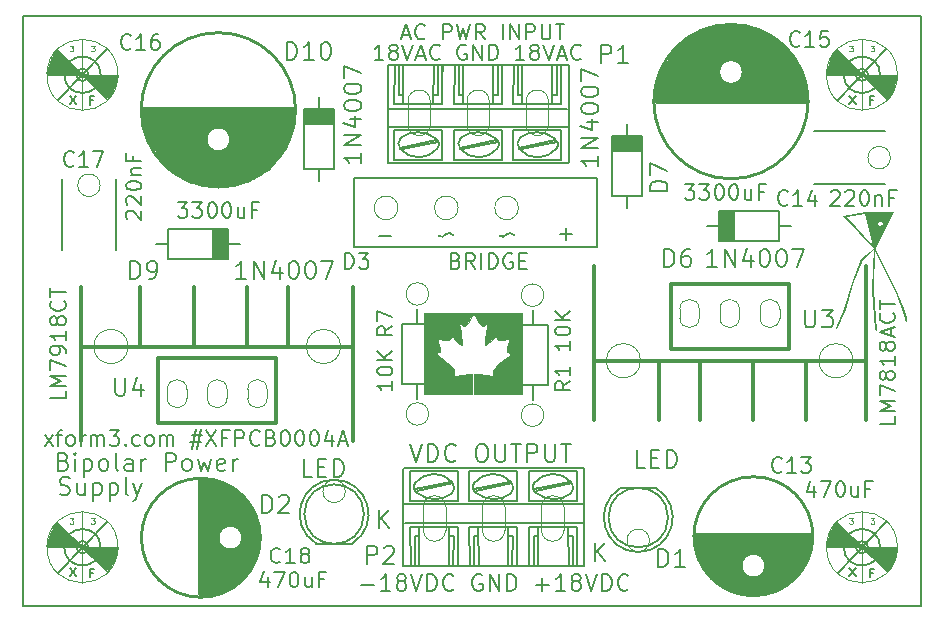
<source format=gbr>
G04 #@! TF.FileFunction,Legend,Top*
%FSLAX46Y46*%
G04 Gerber Fmt 4.6, Leading zero omitted, Abs format (unit mm)*
G04 Created by KiCad (PCBNEW 4.0.7+dfsg1-1~bpo9+1) date Tue Mar 20 02:19:58 2018*
%MOMM*%
%LPD*%
G01*
G04 APERTURE LIST*
%ADD10C,0.100000*%
%ADD11C,0.150000*%
%ADD12C,0.200000*%
%ADD13C,0.500000*%
%ADD14C,0.250000*%
%ADD15C,0.010000*%
%ADD16C,0.300000*%
%ADD17C,0.304800*%
%ADD18C,0.650000*%
%ADD19C,0.700000*%
%ADD20C,0.900000*%
%ADD21C,0.400000*%
%ADD22C,0.850000*%
%ADD23C,0.160000*%
G04 APERTURE END LIST*
D10*
D11*
X32742857Y-36262571D02*
X33242857Y-37762571D01*
X33742857Y-36262571D01*
X34242857Y-37762571D02*
X34242857Y-36262571D01*
X34600000Y-36262571D01*
X34814285Y-36334000D01*
X34957143Y-36476857D01*
X35028571Y-36619714D01*
X35100000Y-36905429D01*
X35100000Y-37119714D01*
X35028571Y-37405429D01*
X34957143Y-37548286D01*
X34814285Y-37691143D01*
X34600000Y-37762571D01*
X34242857Y-37762571D01*
X36600000Y-37619714D02*
X36528571Y-37691143D01*
X36314285Y-37762571D01*
X36171428Y-37762571D01*
X35957143Y-37691143D01*
X35814285Y-37548286D01*
X35742857Y-37405429D01*
X35671428Y-37119714D01*
X35671428Y-36905429D01*
X35742857Y-36619714D01*
X35814285Y-36476857D01*
X35957143Y-36334000D01*
X36171428Y-36262571D01*
X36314285Y-36262571D01*
X36528571Y-36334000D01*
X36600000Y-36405429D01*
X38671428Y-36262571D02*
X38957142Y-36262571D01*
X39100000Y-36334000D01*
X39242857Y-36476857D01*
X39314285Y-36762571D01*
X39314285Y-37262571D01*
X39242857Y-37548286D01*
X39100000Y-37691143D01*
X38957142Y-37762571D01*
X38671428Y-37762571D01*
X38528571Y-37691143D01*
X38385714Y-37548286D01*
X38314285Y-37262571D01*
X38314285Y-36762571D01*
X38385714Y-36476857D01*
X38528571Y-36334000D01*
X38671428Y-36262571D01*
X39957143Y-36262571D02*
X39957143Y-37476857D01*
X40028571Y-37619714D01*
X40100000Y-37691143D01*
X40242857Y-37762571D01*
X40528571Y-37762571D01*
X40671429Y-37691143D01*
X40742857Y-37619714D01*
X40814286Y-37476857D01*
X40814286Y-36262571D01*
X41314286Y-36262571D02*
X42171429Y-36262571D01*
X41742858Y-37762571D02*
X41742858Y-36262571D01*
X42671429Y-37762571D02*
X42671429Y-36262571D01*
X43242857Y-36262571D01*
X43385715Y-36334000D01*
X43457143Y-36405429D01*
X43528572Y-36548286D01*
X43528572Y-36762571D01*
X43457143Y-36905429D01*
X43385715Y-36976857D01*
X43242857Y-37048286D01*
X42671429Y-37048286D01*
X44171429Y-36262571D02*
X44171429Y-37476857D01*
X44242857Y-37619714D01*
X44314286Y-37691143D01*
X44457143Y-37762571D01*
X44742857Y-37762571D01*
X44885715Y-37691143D01*
X44957143Y-37619714D01*
X45028572Y-37476857D01*
X45028572Y-36262571D01*
X45528572Y-36262571D02*
X46385715Y-36262571D01*
X45957144Y-37762571D02*
X45957144Y-36262571D01*
X32055619Y-1632667D02*
X32674667Y-1632667D01*
X31931810Y-2004095D02*
X32365143Y-704095D01*
X32798476Y-2004095D01*
X33974667Y-1880286D02*
X33912762Y-1942190D01*
X33727048Y-2004095D01*
X33603238Y-2004095D01*
X33417524Y-1942190D01*
X33293715Y-1818381D01*
X33231810Y-1694571D01*
X33169905Y-1446952D01*
X33169905Y-1261238D01*
X33231810Y-1013619D01*
X33293715Y-889810D01*
X33417524Y-766000D01*
X33603238Y-704095D01*
X33727048Y-704095D01*
X33912762Y-766000D01*
X33974667Y-827905D01*
X35522286Y-2004095D02*
X35522286Y-704095D01*
X36017524Y-704095D01*
X36141333Y-766000D01*
X36203238Y-827905D01*
X36265143Y-951714D01*
X36265143Y-1137429D01*
X36203238Y-1261238D01*
X36141333Y-1323143D01*
X36017524Y-1385048D01*
X35522286Y-1385048D01*
X36698476Y-704095D02*
X37008000Y-2004095D01*
X37255619Y-1075524D01*
X37503238Y-2004095D01*
X37812762Y-704095D01*
X39050857Y-2004095D02*
X38617524Y-1385048D01*
X38308000Y-2004095D02*
X38308000Y-704095D01*
X38803238Y-704095D01*
X38927047Y-766000D01*
X38988952Y-827905D01*
X39050857Y-951714D01*
X39050857Y-1137429D01*
X38988952Y-1261238D01*
X38927047Y-1323143D01*
X38803238Y-1385048D01*
X38308000Y-1385048D01*
X40598476Y-2004095D02*
X40598476Y-704095D01*
X41217524Y-2004095D02*
X41217524Y-704095D01*
X41960381Y-2004095D01*
X41960381Y-704095D01*
X42579429Y-2004095D02*
X42579429Y-704095D01*
X43074667Y-704095D01*
X43198476Y-766000D01*
X43260381Y-827905D01*
X43322286Y-951714D01*
X43322286Y-1137429D01*
X43260381Y-1261238D01*
X43198476Y-1323143D01*
X43074667Y-1385048D01*
X42579429Y-1385048D01*
X43879429Y-704095D02*
X43879429Y-1756476D01*
X43941334Y-1880286D01*
X44003238Y-1942190D01*
X44127048Y-2004095D01*
X44374667Y-2004095D01*
X44498476Y-1942190D01*
X44560381Y-1880286D01*
X44622286Y-1756476D01*
X44622286Y-704095D01*
X45055620Y-704095D02*
X45798477Y-704095D01*
X45427048Y-2004095D02*
X45427048Y-704095D01*
X3079714Y-40485143D02*
X3294000Y-40556571D01*
X3651143Y-40556571D01*
X3794000Y-40485143D01*
X3865429Y-40413714D01*
X3936857Y-40270857D01*
X3936857Y-40128000D01*
X3865429Y-39985143D01*
X3794000Y-39913714D01*
X3651143Y-39842286D01*
X3365429Y-39770857D01*
X3222571Y-39699429D01*
X3151143Y-39628000D01*
X3079714Y-39485143D01*
X3079714Y-39342286D01*
X3151143Y-39199429D01*
X3222571Y-39128000D01*
X3365429Y-39056571D01*
X3722571Y-39056571D01*
X3936857Y-39128000D01*
X5222571Y-39556571D02*
X5222571Y-40556571D01*
X4579714Y-39556571D02*
X4579714Y-40342286D01*
X4651142Y-40485143D01*
X4794000Y-40556571D01*
X5008285Y-40556571D01*
X5151142Y-40485143D01*
X5222571Y-40413714D01*
X5936857Y-39556571D02*
X5936857Y-41056571D01*
X5936857Y-39628000D02*
X6079714Y-39556571D01*
X6365428Y-39556571D01*
X6508285Y-39628000D01*
X6579714Y-39699429D01*
X6651143Y-39842286D01*
X6651143Y-40270857D01*
X6579714Y-40413714D01*
X6508285Y-40485143D01*
X6365428Y-40556571D01*
X6079714Y-40556571D01*
X5936857Y-40485143D01*
X7294000Y-39556571D02*
X7294000Y-41056571D01*
X7294000Y-39628000D02*
X7436857Y-39556571D01*
X7722571Y-39556571D01*
X7865428Y-39628000D01*
X7936857Y-39699429D01*
X8008286Y-39842286D01*
X8008286Y-40270857D01*
X7936857Y-40413714D01*
X7865428Y-40485143D01*
X7722571Y-40556571D01*
X7436857Y-40556571D01*
X7294000Y-40485143D01*
X8865429Y-40556571D02*
X8722571Y-40485143D01*
X8651143Y-40342286D01*
X8651143Y-39056571D01*
X9294000Y-39556571D02*
X9651143Y-40556571D01*
X10008285Y-39556571D02*
X9651143Y-40556571D01*
X9508285Y-40913714D01*
X9436857Y-40985143D01*
X9294000Y-41056571D01*
D12*
X1793714Y-36402095D02*
X2474667Y-35535429D01*
X1793714Y-35535429D02*
X2474667Y-36402095D01*
X2784191Y-35535429D02*
X3279429Y-35535429D01*
X2969905Y-36402095D02*
X2969905Y-35287810D01*
X3031810Y-35164000D01*
X3155619Y-35102095D01*
X3279429Y-35102095D01*
X3898476Y-36402095D02*
X3774667Y-36340190D01*
X3712762Y-36278286D01*
X3650857Y-36154476D01*
X3650857Y-35783048D01*
X3712762Y-35659238D01*
X3774667Y-35597333D01*
X3898476Y-35535429D01*
X4084190Y-35535429D01*
X4208000Y-35597333D01*
X4269905Y-35659238D01*
X4331809Y-35783048D01*
X4331809Y-36154476D01*
X4269905Y-36278286D01*
X4208000Y-36340190D01*
X4084190Y-36402095D01*
X3898476Y-36402095D01*
X4888952Y-36402095D02*
X4888952Y-35535429D01*
X4888952Y-35783048D02*
X4950857Y-35659238D01*
X5012761Y-35597333D01*
X5136571Y-35535429D01*
X5260380Y-35535429D01*
X5693714Y-36402095D02*
X5693714Y-35535429D01*
X5693714Y-35659238D02*
X5755619Y-35597333D01*
X5879428Y-35535429D01*
X6065142Y-35535429D01*
X6188952Y-35597333D01*
X6250857Y-35721143D01*
X6250857Y-36402095D01*
X6250857Y-35721143D02*
X6312761Y-35597333D01*
X6436571Y-35535429D01*
X6622285Y-35535429D01*
X6746095Y-35597333D01*
X6808000Y-35721143D01*
X6808000Y-36402095D01*
X7303237Y-35102095D02*
X8107999Y-35102095D01*
X7674666Y-35597333D01*
X7860380Y-35597333D01*
X7984190Y-35659238D01*
X8046094Y-35721143D01*
X8107999Y-35844952D01*
X8107999Y-36154476D01*
X8046094Y-36278286D01*
X7984190Y-36340190D01*
X7860380Y-36402095D01*
X7488952Y-36402095D01*
X7365142Y-36340190D01*
X7303237Y-36278286D01*
X8665142Y-36278286D02*
X8727047Y-36340190D01*
X8665142Y-36402095D01*
X8603237Y-36340190D01*
X8665142Y-36278286D01*
X8665142Y-36402095D01*
X9841333Y-36340190D02*
X9717523Y-36402095D01*
X9469904Y-36402095D01*
X9346095Y-36340190D01*
X9284190Y-36278286D01*
X9222285Y-36154476D01*
X9222285Y-35783048D01*
X9284190Y-35659238D01*
X9346095Y-35597333D01*
X9469904Y-35535429D01*
X9717523Y-35535429D01*
X9841333Y-35597333D01*
X10584190Y-36402095D02*
X10460381Y-36340190D01*
X10398476Y-36278286D01*
X10336571Y-36154476D01*
X10336571Y-35783048D01*
X10398476Y-35659238D01*
X10460381Y-35597333D01*
X10584190Y-35535429D01*
X10769904Y-35535429D01*
X10893714Y-35597333D01*
X10955619Y-35659238D01*
X11017523Y-35783048D01*
X11017523Y-36154476D01*
X10955619Y-36278286D01*
X10893714Y-36340190D01*
X10769904Y-36402095D01*
X10584190Y-36402095D01*
X11574666Y-36402095D02*
X11574666Y-35535429D01*
X11574666Y-35659238D02*
X11636571Y-35597333D01*
X11760380Y-35535429D01*
X11946094Y-35535429D01*
X12069904Y-35597333D01*
X12131809Y-35721143D01*
X12131809Y-36402095D01*
X12131809Y-35721143D02*
X12193713Y-35597333D01*
X12317523Y-35535429D01*
X12503237Y-35535429D01*
X12627047Y-35597333D01*
X12688952Y-35721143D01*
X12688952Y-36402095D01*
X14236570Y-35535429D02*
X15165141Y-35535429D01*
X14607999Y-34978286D02*
X14236570Y-36649714D01*
X15041332Y-36092571D02*
X14112761Y-36092571D01*
X14669903Y-36649714D02*
X15041332Y-34978286D01*
X15474665Y-35102095D02*
X16341332Y-36402095D01*
X16341332Y-35102095D02*
X15474665Y-36402095D01*
X17269903Y-35721143D02*
X16836570Y-35721143D01*
X16836570Y-36402095D02*
X16836570Y-35102095D01*
X17455617Y-35102095D01*
X17950856Y-36402095D02*
X17950856Y-35102095D01*
X18446094Y-35102095D01*
X18569903Y-35164000D01*
X18631808Y-35225905D01*
X18693713Y-35349714D01*
X18693713Y-35535429D01*
X18631808Y-35659238D01*
X18569903Y-35721143D01*
X18446094Y-35783048D01*
X17950856Y-35783048D01*
X19993713Y-36278286D02*
X19931808Y-36340190D01*
X19746094Y-36402095D01*
X19622284Y-36402095D01*
X19436570Y-36340190D01*
X19312761Y-36216381D01*
X19250856Y-36092571D01*
X19188951Y-35844952D01*
X19188951Y-35659238D01*
X19250856Y-35411619D01*
X19312761Y-35287810D01*
X19436570Y-35164000D01*
X19622284Y-35102095D01*
X19746094Y-35102095D01*
X19931808Y-35164000D01*
X19993713Y-35225905D01*
X20984189Y-35721143D02*
X21169903Y-35783048D01*
X21231808Y-35844952D01*
X21293713Y-35968762D01*
X21293713Y-36154476D01*
X21231808Y-36278286D01*
X21169903Y-36340190D01*
X21046094Y-36402095D01*
X20550856Y-36402095D01*
X20550856Y-35102095D01*
X20984189Y-35102095D01*
X21107999Y-35164000D01*
X21169903Y-35225905D01*
X21231808Y-35349714D01*
X21231808Y-35473524D01*
X21169903Y-35597333D01*
X21107999Y-35659238D01*
X20984189Y-35721143D01*
X20550856Y-35721143D01*
X22098475Y-35102095D02*
X22222284Y-35102095D01*
X22346094Y-35164000D01*
X22407999Y-35225905D01*
X22469903Y-35349714D01*
X22531808Y-35597333D01*
X22531808Y-35906857D01*
X22469903Y-36154476D01*
X22407999Y-36278286D01*
X22346094Y-36340190D01*
X22222284Y-36402095D01*
X22098475Y-36402095D01*
X21974665Y-36340190D01*
X21912761Y-36278286D01*
X21850856Y-36154476D01*
X21788951Y-35906857D01*
X21788951Y-35597333D01*
X21850856Y-35349714D01*
X21912761Y-35225905D01*
X21974665Y-35164000D01*
X22098475Y-35102095D01*
X23336570Y-35102095D02*
X23460379Y-35102095D01*
X23584189Y-35164000D01*
X23646094Y-35225905D01*
X23707998Y-35349714D01*
X23769903Y-35597333D01*
X23769903Y-35906857D01*
X23707998Y-36154476D01*
X23646094Y-36278286D01*
X23584189Y-36340190D01*
X23460379Y-36402095D01*
X23336570Y-36402095D01*
X23212760Y-36340190D01*
X23150856Y-36278286D01*
X23088951Y-36154476D01*
X23027046Y-35906857D01*
X23027046Y-35597333D01*
X23088951Y-35349714D01*
X23150856Y-35225905D01*
X23212760Y-35164000D01*
X23336570Y-35102095D01*
X24574665Y-35102095D02*
X24698474Y-35102095D01*
X24822284Y-35164000D01*
X24884189Y-35225905D01*
X24946093Y-35349714D01*
X25007998Y-35597333D01*
X25007998Y-35906857D01*
X24946093Y-36154476D01*
X24884189Y-36278286D01*
X24822284Y-36340190D01*
X24698474Y-36402095D01*
X24574665Y-36402095D01*
X24450855Y-36340190D01*
X24388951Y-36278286D01*
X24327046Y-36154476D01*
X24265141Y-35906857D01*
X24265141Y-35597333D01*
X24327046Y-35349714D01*
X24388951Y-35225905D01*
X24450855Y-35164000D01*
X24574665Y-35102095D01*
X26122284Y-35535429D02*
X26122284Y-36402095D01*
X25812760Y-35040190D02*
X25503236Y-35968762D01*
X26307998Y-35968762D01*
X26741331Y-36030667D02*
X27360379Y-36030667D01*
X26617522Y-36402095D02*
X27050855Y-35102095D01*
X27484188Y-36402095D01*
D11*
X3397143Y-37738857D02*
X3611429Y-37810286D01*
X3682857Y-37881714D01*
X3754286Y-38024571D01*
X3754286Y-38238857D01*
X3682857Y-38381714D01*
X3611429Y-38453143D01*
X3468571Y-38524571D01*
X2897143Y-38524571D01*
X2897143Y-37024571D01*
X3397143Y-37024571D01*
X3540000Y-37096000D01*
X3611429Y-37167429D01*
X3682857Y-37310286D01*
X3682857Y-37453143D01*
X3611429Y-37596000D01*
X3540000Y-37667429D01*
X3397143Y-37738857D01*
X2897143Y-37738857D01*
X4397143Y-38524571D02*
X4397143Y-37524571D01*
X4397143Y-37024571D02*
X4325714Y-37096000D01*
X4397143Y-37167429D01*
X4468571Y-37096000D01*
X4397143Y-37024571D01*
X4397143Y-37167429D01*
X5111429Y-37524571D02*
X5111429Y-39024571D01*
X5111429Y-37596000D02*
X5254286Y-37524571D01*
X5540000Y-37524571D01*
X5682857Y-37596000D01*
X5754286Y-37667429D01*
X5825715Y-37810286D01*
X5825715Y-38238857D01*
X5754286Y-38381714D01*
X5682857Y-38453143D01*
X5540000Y-38524571D01*
X5254286Y-38524571D01*
X5111429Y-38453143D01*
X6682858Y-38524571D02*
X6540000Y-38453143D01*
X6468572Y-38381714D01*
X6397143Y-38238857D01*
X6397143Y-37810286D01*
X6468572Y-37667429D01*
X6540000Y-37596000D01*
X6682858Y-37524571D01*
X6897143Y-37524571D01*
X7040000Y-37596000D01*
X7111429Y-37667429D01*
X7182858Y-37810286D01*
X7182858Y-38238857D01*
X7111429Y-38381714D01*
X7040000Y-38453143D01*
X6897143Y-38524571D01*
X6682858Y-38524571D01*
X8040001Y-38524571D02*
X7897143Y-38453143D01*
X7825715Y-38310286D01*
X7825715Y-37024571D01*
X9254286Y-38524571D02*
X9254286Y-37738857D01*
X9182857Y-37596000D01*
X9040000Y-37524571D01*
X8754286Y-37524571D01*
X8611429Y-37596000D01*
X9254286Y-38453143D02*
X9111429Y-38524571D01*
X8754286Y-38524571D01*
X8611429Y-38453143D01*
X8540000Y-38310286D01*
X8540000Y-38167429D01*
X8611429Y-38024571D01*
X8754286Y-37953143D01*
X9111429Y-37953143D01*
X9254286Y-37881714D01*
X9968572Y-38524571D02*
X9968572Y-37524571D01*
X9968572Y-37810286D02*
X10040000Y-37667429D01*
X10111429Y-37596000D01*
X10254286Y-37524571D01*
X10397143Y-37524571D01*
X12040000Y-38524571D02*
X12040000Y-37024571D01*
X12611428Y-37024571D01*
X12754286Y-37096000D01*
X12825714Y-37167429D01*
X12897143Y-37310286D01*
X12897143Y-37524571D01*
X12825714Y-37667429D01*
X12754286Y-37738857D01*
X12611428Y-37810286D01*
X12040000Y-37810286D01*
X13754286Y-38524571D02*
X13611428Y-38453143D01*
X13540000Y-38381714D01*
X13468571Y-38238857D01*
X13468571Y-37810286D01*
X13540000Y-37667429D01*
X13611428Y-37596000D01*
X13754286Y-37524571D01*
X13968571Y-37524571D01*
X14111428Y-37596000D01*
X14182857Y-37667429D01*
X14254286Y-37810286D01*
X14254286Y-38238857D01*
X14182857Y-38381714D01*
X14111428Y-38453143D01*
X13968571Y-38524571D01*
X13754286Y-38524571D01*
X14754286Y-37524571D02*
X15040000Y-38524571D01*
X15325714Y-37810286D01*
X15611429Y-38524571D01*
X15897143Y-37524571D01*
X17040000Y-38453143D02*
X16897143Y-38524571D01*
X16611429Y-38524571D01*
X16468572Y-38453143D01*
X16397143Y-38310286D01*
X16397143Y-37738857D01*
X16468572Y-37596000D01*
X16611429Y-37524571D01*
X16897143Y-37524571D01*
X17040000Y-37596000D01*
X17111429Y-37738857D01*
X17111429Y-37881714D01*
X16397143Y-38024571D01*
X17754286Y-38524571D02*
X17754286Y-37524571D01*
X17754286Y-37810286D02*
X17825714Y-37667429D01*
X17897143Y-37596000D01*
X18040000Y-37524571D01*
X18182857Y-37524571D01*
X30472286Y-3754095D02*
X29729429Y-3754095D01*
X30100858Y-3754095D02*
X30100858Y-2454095D01*
X29977048Y-2639810D01*
X29853239Y-2763619D01*
X29729429Y-2825524D01*
X31215143Y-3011238D02*
X31091334Y-2949333D01*
X31029429Y-2887429D01*
X30967524Y-2763619D01*
X30967524Y-2701714D01*
X31029429Y-2577905D01*
X31091334Y-2516000D01*
X31215143Y-2454095D01*
X31462762Y-2454095D01*
X31586572Y-2516000D01*
X31648476Y-2577905D01*
X31710381Y-2701714D01*
X31710381Y-2763619D01*
X31648476Y-2887429D01*
X31586572Y-2949333D01*
X31462762Y-3011238D01*
X31215143Y-3011238D01*
X31091334Y-3073143D01*
X31029429Y-3135048D01*
X30967524Y-3258857D01*
X30967524Y-3506476D01*
X31029429Y-3630286D01*
X31091334Y-3692190D01*
X31215143Y-3754095D01*
X31462762Y-3754095D01*
X31586572Y-3692190D01*
X31648476Y-3630286D01*
X31710381Y-3506476D01*
X31710381Y-3258857D01*
X31648476Y-3135048D01*
X31586572Y-3073143D01*
X31462762Y-3011238D01*
X32081810Y-2454095D02*
X32515143Y-3754095D01*
X32948476Y-2454095D01*
X33319905Y-3382667D02*
X33938953Y-3382667D01*
X33196096Y-3754095D02*
X33629429Y-2454095D01*
X34062762Y-3754095D01*
X35238953Y-3630286D02*
X35177048Y-3692190D01*
X34991334Y-3754095D01*
X34867524Y-3754095D01*
X34681810Y-3692190D01*
X34558001Y-3568381D01*
X34496096Y-3444571D01*
X34434191Y-3196952D01*
X34434191Y-3011238D01*
X34496096Y-2763619D01*
X34558001Y-2639810D01*
X34681810Y-2516000D01*
X34867524Y-2454095D01*
X34991334Y-2454095D01*
X35177048Y-2516000D01*
X35238953Y-2577905D01*
X37467524Y-2516000D02*
X37343715Y-2454095D01*
X37158000Y-2454095D01*
X36972286Y-2516000D01*
X36848477Y-2639810D01*
X36786572Y-2763619D01*
X36724667Y-3011238D01*
X36724667Y-3196952D01*
X36786572Y-3444571D01*
X36848477Y-3568381D01*
X36972286Y-3692190D01*
X37158000Y-3754095D01*
X37281810Y-3754095D01*
X37467524Y-3692190D01*
X37529429Y-3630286D01*
X37529429Y-3196952D01*
X37281810Y-3196952D01*
X38086572Y-3754095D02*
X38086572Y-2454095D01*
X38829429Y-3754095D01*
X38829429Y-2454095D01*
X39448477Y-3754095D02*
X39448477Y-2454095D01*
X39758001Y-2454095D01*
X39943715Y-2516000D01*
X40067524Y-2639810D01*
X40129429Y-2763619D01*
X40191334Y-3011238D01*
X40191334Y-3196952D01*
X40129429Y-3444571D01*
X40067524Y-3568381D01*
X39943715Y-3692190D01*
X39758001Y-3754095D01*
X39448477Y-3754095D01*
X42419905Y-3754095D02*
X41677048Y-3754095D01*
X42048477Y-3754095D02*
X42048477Y-2454095D01*
X41924667Y-2639810D01*
X41800858Y-2763619D01*
X41677048Y-2825524D01*
X43162762Y-3011238D02*
X43038953Y-2949333D01*
X42977048Y-2887429D01*
X42915143Y-2763619D01*
X42915143Y-2701714D01*
X42977048Y-2577905D01*
X43038953Y-2516000D01*
X43162762Y-2454095D01*
X43410381Y-2454095D01*
X43534191Y-2516000D01*
X43596095Y-2577905D01*
X43658000Y-2701714D01*
X43658000Y-2763619D01*
X43596095Y-2887429D01*
X43534191Y-2949333D01*
X43410381Y-3011238D01*
X43162762Y-3011238D01*
X43038953Y-3073143D01*
X42977048Y-3135048D01*
X42915143Y-3258857D01*
X42915143Y-3506476D01*
X42977048Y-3630286D01*
X43038953Y-3692190D01*
X43162762Y-3754095D01*
X43410381Y-3754095D01*
X43534191Y-3692190D01*
X43596095Y-3630286D01*
X43658000Y-3506476D01*
X43658000Y-3258857D01*
X43596095Y-3135048D01*
X43534191Y-3073143D01*
X43410381Y-3011238D01*
X44029429Y-2454095D02*
X44462762Y-3754095D01*
X44896095Y-2454095D01*
X45267524Y-3382667D02*
X45886572Y-3382667D01*
X45143715Y-3754095D02*
X45577048Y-2454095D01*
X46010381Y-3754095D01*
X47186572Y-3630286D02*
X47124667Y-3692190D01*
X46938953Y-3754095D01*
X46815143Y-3754095D01*
X46629429Y-3692190D01*
X46505620Y-3568381D01*
X46443715Y-3444571D01*
X46381810Y-3196952D01*
X46381810Y-3011238D01*
X46443715Y-2763619D01*
X46505620Y-2639810D01*
X46629429Y-2516000D01*
X46815143Y-2454095D01*
X46938953Y-2454095D01*
X47124667Y-2516000D01*
X47186572Y-2577905D01*
X28611334Y-48166000D02*
X29678001Y-48166000D01*
X31078001Y-48699333D02*
X30278001Y-48699333D01*
X30678001Y-48699333D02*
X30678001Y-47299333D01*
X30544667Y-47499333D01*
X30411334Y-47632667D01*
X30278001Y-47699333D01*
X31878000Y-47899333D02*
X31744667Y-47832667D01*
X31678000Y-47766000D01*
X31611334Y-47632667D01*
X31611334Y-47566000D01*
X31678000Y-47432667D01*
X31744667Y-47366000D01*
X31878000Y-47299333D01*
X32144667Y-47299333D01*
X32278000Y-47366000D01*
X32344667Y-47432667D01*
X32411334Y-47566000D01*
X32411334Y-47632667D01*
X32344667Y-47766000D01*
X32278000Y-47832667D01*
X32144667Y-47899333D01*
X31878000Y-47899333D01*
X31744667Y-47966000D01*
X31678000Y-48032667D01*
X31611334Y-48166000D01*
X31611334Y-48432667D01*
X31678000Y-48566000D01*
X31744667Y-48632667D01*
X31878000Y-48699333D01*
X32144667Y-48699333D01*
X32278000Y-48632667D01*
X32344667Y-48566000D01*
X32411334Y-48432667D01*
X32411334Y-48166000D01*
X32344667Y-48032667D01*
X32278000Y-47966000D01*
X32144667Y-47899333D01*
X32811333Y-47299333D02*
X33278000Y-48699333D01*
X33744667Y-47299333D01*
X34211333Y-48699333D02*
X34211333Y-47299333D01*
X34544667Y-47299333D01*
X34744667Y-47366000D01*
X34878000Y-47499333D01*
X34944667Y-47632667D01*
X35011333Y-47899333D01*
X35011333Y-48099333D01*
X34944667Y-48366000D01*
X34878000Y-48499333D01*
X34744667Y-48632667D01*
X34544667Y-48699333D01*
X34211333Y-48699333D01*
X36411333Y-48566000D02*
X36344667Y-48632667D01*
X36144667Y-48699333D01*
X36011333Y-48699333D01*
X35811333Y-48632667D01*
X35678000Y-48499333D01*
X35611333Y-48366000D01*
X35544667Y-48099333D01*
X35544667Y-47899333D01*
X35611333Y-47632667D01*
X35678000Y-47499333D01*
X35811333Y-47366000D01*
X36011333Y-47299333D01*
X36144667Y-47299333D01*
X36344667Y-47366000D01*
X36411333Y-47432667D01*
X38811334Y-47366000D02*
X38678000Y-47299333D01*
X38478000Y-47299333D01*
X38278000Y-47366000D01*
X38144667Y-47499333D01*
X38078000Y-47632667D01*
X38011334Y-47899333D01*
X38011334Y-48099333D01*
X38078000Y-48366000D01*
X38144667Y-48499333D01*
X38278000Y-48632667D01*
X38478000Y-48699333D01*
X38611334Y-48699333D01*
X38811334Y-48632667D01*
X38878000Y-48566000D01*
X38878000Y-48099333D01*
X38611334Y-48099333D01*
X39478000Y-48699333D02*
X39478000Y-47299333D01*
X40278000Y-48699333D01*
X40278000Y-47299333D01*
X40944667Y-48699333D02*
X40944667Y-47299333D01*
X41278001Y-47299333D01*
X41478001Y-47366000D01*
X41611334Y-47499333D01*
X41678001Y-47632667D01*
X41744667Y-47899333D01*
X41744667Y-48099333D01*
X41678001Y-48366000D01*
X41611334Y-48499333D01*
X41478001Y-48632667D01*
X41278001Y-48699333D01*
X40944667Y-48699333D01*
X43411334Y-48166000D02*
X44478001Y-48166000D01*
X43944668Y-48699333D02*
X43944668Y-47632667D01*
X45878001Y-48699333D02*
X45078001Y-48699333D01*
X45478001Y-48699333D02*
X45478001Y-47299333D01*
X45344667Y-47499333D01*
X45211334Y-47632667D01*
X45078001Y-47699333D01*
X46678000Y-47899333D02*
X46544667Y-47832667D01*
X46478000Y-47766000D01*
X46411334Y-47632667D01*
X46411334Y-47566000D01*
X46478000Y-47432667D01*
X46544667Y-47366000D01*
X46678000Y-47299333D01*
X46944667Y-47299333D01*
X47078000Y-47366000D01*
X47144667Y-47432667D01*
X47211334Y-47566000D01*
X47211334Y-47632667D01*
X47144667Y-47766000D01*
X47078000Y-47832667D01*
X46944667Y-47899333D01*
X46678000Y-47899333D01*
X46544667Y-47966000D01*
X46478000Y-48032667D01*
X46411334Y-48166000D01*
X46411334Y-48432667D01*
X46478000Y-48566000D01*
X46544667Y-48632667D01*
X46678000Y-48699333D01*
X46944667Y-48699333D01*
X47078000Y-48632667D01*
X47144667Y-48566000D01*
X47211334Y-48432667D01*
X47211334Y-48166000D01*
X47144667Y-48032667D01*
X47078000Y-47966000D01*
X46944667Y-47899333D01*
X47611333Y-47299333D02*
X48078000Y-48699333D01*
X48544667Y-47299333D01*
X49011333Y-48699333D02*
X49011333Y-47299333D01*
X49344667Y-47299333D01*
X49544667Y-47366000D01*
X49678000Y-47499333D01*
X49744667Y-47632667D01*
X49811333Y-47899333D01*
X49811333Y-48099333D01*
X49744667Y-48366000D01*
X49678000Y-48499333D01*
X49544667Y-48632667D01*
X49344667Y-48699333D01*
X49011333Y-48699333D01*
X51211333Y-48566000D02*
X51144667Y-48632667D01*
X50944667Y-48699333D01*
X50811333Y-48699333D01*
X50611333Y-48632667D01*
X50478000Y-48499333D01*
X50411333Y-48366000D01*
X50344667Y-48099333D01*
X50344667Y-47899333D01*
X50411333Y-47632667D01*
X50478000Y-47499333D01*
X50611333Y-47366000D01*
X50811333Y-47299333D01*
X50944667Y-47299333D01*
X51144667Y-47366000D01*
X51211333Y-47432667D01*
X76000000Y0D02*
X76000000Y-50000000D01*
X0Y-50000000D02*
X76000000Y-50000000D01*
X0Y0D02*
X0Y-50000000D01*
X0Y0D02*
X76000000Y0D01*
D13*
X18816259Y-44190920D02*
G75*
G03X18816259Y-44190920I-1281379J0D01*
G01*
X15026000Y-39396000D02*
X15026000Y-48996000D01*
D11*
X18526000Y-44196000D02*
G75*
G03X18526000Y-44196000I-1000000J0D01*
G01*
D14*
X20063500Y-44196000D02*
G75*
G03X20063500Y-44196000I-5037500J0D01*
G01*
D13*
X15462240Y-39396000D02*
X15441920Y-49001680D01*
X15883880Y-39471600D02*
X15883880Y-48955960D01*
X16290280Y-39502080D02*
X16300440Y-48854360D01*
X16620480Y-39654480D02*
X16620480Y-42920920D01*
X16691600Y-45455840D02*
X16691600Y-48722280D01*
X17072600Y-45394880D02*
X17067520Y-48605440D01*
X17453600Y-45674280D02*
X17453600Y-48402240D01*
X17844760Y-45405040D02*
X17844760Y-48133000D01*
X18220680Y-45161200D02*
X18220680Y-47889160D01*
X18515320Y-45044360D02*
X18525480Y-47589440D01*
X18845520Y-41148000D02*
X18855680Y-47223680D01*
X16996400Y-39806880D02*
X16996400Y-42682160D01*
X17392640Y-39989760D02*
X17392640Y-42865040D01*
X17763480Y-40198040D02*
X17768560Y-42829480D01*
X18159720Y-40462200D02*
X18154640Y-42920920D01*
X18489920Y-40807640D02*
X18484840Y-43266360D01*
X19175720Y-41666160D02*
X19135080Y-46791880D01*
X19450040Y-42235120D02*
X19450040Y-46253400D01*
X19704040Y-42859960D02*
X19729440Y-45435520D01*
D15*
G36*
X42256667Y-32022000D02*
X38192667Y-32022000D01*
X38192667Y-30304544D01*
X38679500Y-30358107D01*
X39015547Y-30398555D01*
X39337371Y-30442839D01*
X39480213Y-30465325D01*
X39794092Y-30518980D01*
X39746448Y-30225385D01*
X39731846Y-30094070D01*
X39751028Y-29983558D01*
X39825069Y-29866625D01*
X39975040Y-29716049D01*
X40222015Y-29504605D01*
X40448569Y-29318343D01*
X40748619Y-29068805D01*
X40996261Y-28855215D01*
X41164063Y-28701745D01*
X41224161Y-28634965D01*
X41176469Y-28558322D01*
X41073383Y-28508983D01*
X40959888Y-28447322D01*
X40929261Y-28326941D01*
X40953573Y-28141965D01*
X41012475Y-27874980D01*
X41078673Y-27647416D01*
X41083183Y-27634988D01*
X41141174Y-27445630D01*
X41116080Y-27356076D01*
X40981832Y-27350486D01*
X40716181Y-27412015D01*
X40381496Y-27473316D01*
X40172556Y-27439468D01*
X40070504Y-27303434D01*
X40052639Y-27164466D01*
X40032701Y-27090966D01*
X39962978Y-27112544D01*
X39823374Y-27242495D01*
X39650472Y-27430512D01*
X39372241Y-27715077D01*
X39178238Y-27853241D01*
X39068630Y-27844922D01*
X39041891Y-27725166D01*
X39058697Y-27579653D01*
X39101559Y-27314292D01*
X39162779Y-26975170D01*
X39196516Y-26799265D01*
X39348583Y-26021530D01*
X39113496Y-26143098D01*
X38922186Y-26229283D01*
X38795269Y-26264666D01*
X38715755Y-26195817D01*
X38586606Y-26015156D01*
X38435522Y-25761511D01*
X38432855Y-25756666D01*
X38287180Y-25502849D01*
X38170941Y-25320722D01*
X38108717Y-25248723D01*
X38108000Y-25248666D01*
X38047619Y-25317075D01*
X37932542Y-25496674D01*
X37787351Y-25749026D01*
X37783145Y-25756666D01*
X37631925Y-26011240D01*
X37502155Y-26193509D01*
X37421537Y-26264643D01*
X37420731Y-26264666D01*
X37292097Y-26228627D01*
X37102504Y-26143098D01*
X36867417Y-26021530D01*
X37019484Y-26799265D01*
X37086797Y-27157458D01*
X37139454Y-27464069D01*
X37169760Y-27673011D01*
X37174109Y-27725166D01*
X37135316Y-27856239D01*
X37011990Y-27840763D01*
X36804298Y-27678818D01*
X36565528Y-27430512D01*
X36356512Y-27205552D01*
X36233253Y-27099466D01*
X36175654Y-27098961D01*
X36163362Y-27164466D01*
X36118187Y-27367483D01*
X35977829Y-27463947D01*
X35723434Y-27460893D01*
X35499819Y-27412015D01*
X35231990Y-27350145D01*
X35099093Y-27356578D01*
X35075062Y-27447151D01*
X35132817Y-27634988D01*
X35198320Y-27854619D01*
X35258858Y-28122791D01*
X35262428Y-28141965D01*
X35286586Y-28353970D01*
X35243176Y-28460390D01*
X35142617Y-28508983D01*
X35013530Y-28580047D01*
X34991840Y-28634965D01*
X35064188Y-28713550D01*
X35241099Y-28874036D01*
X35495140Y-29092253D01*
X35767431Y-29318343D01*
X36090029Y-29584914D01*
X36301704Y-29772638D01*
X36423530Y-29908738D01*
X36476581Y-30020438D01*
X36481929Y-30134962D01*
X36469552Y-30225385D01*
X36421908Y-30518980D01*
X36735788Y-30465325D01*
X37004146Y-30424841D01*
X37343681Y-30380566D01*
X37536500Y-30358107D01*
X38023334Y-30304544D01*
X38023334Y-32022000D01*
X33959334Y-32022000D01*
X33959334Y-25164000D01*
X42256667Y-25164000D01*
X42256667Y-32022000D01*
X42256667Y-32022000D01*
G37*
X42256667Y-32022000D02*
X38192667Y-32022000D01*
X38192667Y-30304544D01*
X38679500Y-30358107D01*
X39015547Y-30398555D01*
X39337371Y-30442839D01*
X39480213Y-30465325D01*
X39794092Y-30518980D01*
X39746448Y-30225385D01*
X39731846Y-30094070D01*
X39751028Y-29983558D01*
X39825069Y-29866625D01*
X39975040Y-29716049D01*
X40222015Y-29504605D01*
X40448569Y-29318343D01*
X40748619Y-29068805D01*
X40996261Y-28855215D01*
X41164063Y-28701745D01*
X41224161Y-28634965D01*
X41176469Y-28558322D01*
X41073383Y-28508983D01*
X40959888Y-28447322D01*
X40929261Y-28326941D01*
X40953573Y-28141965D01*
X41012475Y-27874980D01*
X41078673Y-27647416D01*
X41083183Y-27634988D01*
X41141174Y-27445630D01*
X41116080Y-27356076D01*
X40981832Y-27350486D01*
X40716181Y-27412015D01*
X40381496Y-27473316D01*
X40172556Y-27439468D01*
X40070504Y-27303434D01*
X40052639Y-27164466D01*
X40032701Y-27090966D01*
X39962978Y-27112544D01*
X39823374Y-27242495D01*
X39650472Y-27430512D01*
X39372241Y-27715077D01*
X39178238Y-27853241D01*
X39068630Y-27844922D01*
X39041891Y-27725166D01*
X39058697Y-27579653D01*
X39101559Y-27314292D01*
X39162779Y-26975170D01*
X39196516Y-26799265D01*
X39348583Y-26021530D01*
X39113496Y-26143098D01*
X38922186Y-26229283D01*
X38795269Y-26264666D01*
X38715755Y-26195817D01*
X38586606Y-26015156D01*
X38435522Y-25761511D01*
X38432855Y-25756666D01*
X38287180Y-25502849D01*
X38170941Y-25320722D01*
X38108717Y-25248723D01*
X38108000Y-25248666D01*
X38047619Y-25317075D01*
X37932542Y-25496674D01*
X37787351Y-25749026D01*
X37783145Y-25756666D01*
X37631925Y-26011240D01*
X37502155Y-26193509D01*
X37421537Y-26264643D01*
X37420731Y-26264666D01*
X37292097Y-26228627D01*
X37102504Y-26143098D01*
X36867417Y-26021530D01*
X37019484Y-26799265D01*
X37086797Y-27157458D01*
X37139454Y-27464069D01*
X37169760Y-27673011D01*
X37174109Y-27725166D01*
X37135316Y-27856239D01*
X37011990Y-27840763D01*
X36804298Y-27678818D01*
X36565528Y-27430512D01*
X36356512Y-27205552D01*
X36233253Y-27099466D01*
X36175654Y-27098961D01*
X36163362Y-27164466D01*
X36118187Y-27367483D01*
X35977829Y-27463947D01*
X35723434Y-27460893D01*
X35499819Y-27412015D01*
X35231990Y-27350145D01*
X35099093Y-27356578D01*
X35075062Y-27447151D01*
X35132817Y-27634988D01*
X35198320Y-27854619D01*
X35258858Y-28122791D01*
X35262428Y-28141965D01*
X35286586Y-28353970D01*
X35243176Y-28460390D01*
X35142617Y-28508983D01*
X35013530Y-28580047D01*
X34991840Y-28634965D01*
X35064188Y-28713550D01*
X35241099Y-28874036D01*
X35495140Y-29092253D01*
X35767431Y-29318343D01*
X36090029Y-29584914D01*
X36301704Y-29772638D01*
X36423530Y-29908738D01*
X36476581Y-30020438D01*
X36481929Y-30134962D01*
X36469552Y-30225385D01*
X36421908Y-30518980D01*
X36735788Y-30465325D01*
X37004146Y-30424841D01*
X37343681Y-30380566D01*
X37536500Y-30358107D01*
X38023334Y-30304544D01*
X38023334Y-32022000D01*
X33959334Y-32022000D01*
X33959334Y-25164000D01*
X42256667Y-25164000D01*
X42256667Y-32022000D01*
D10*
G36*
X72012142Y-19661342D02*
X71863157Y-23241250D01*
X72091956Y-26600876D01*
X72234557Y-26653019D01*
X72012142Y-23212520D01*
X72143037Y-19737966D01*
X72012142Y-19661342D01*
X72012142Y-19661342D01*
G37*
G36*
X72068544Y-19624096D02*
X70922420Y-20626559D01*
X70130668Y-22647438D01*
X69478324Y-24866256D01*
X68801504Y-26445503D01*
X68922821Y-26537024D01*
X69623053Y-24912018D01*
X70275397Y-22692133D01*
X71054378Y-20699984D01*
X72087699Y-19775213D01*
X72068544Y-19624096D01*
X72068544Y-19624096D01*
G37*
G36*
X72144101Y-19663468D02*
X72011078Y-19735788D01*
X73856371Y-23483841D01*
X74481045Y-25046060D01*
X74626838Y-25571766D01*
X74636417Y-25830369D01*
X74773697Y-25892129D01*
X74775819Y-25543073D01*
X74624707Y-24998209D01*
X73994712Y-23423222D01*
X72144098Y-19663468D01*
X72144101Y-19663468D01*
X72144101Y-19663468D01*
G37*
G36*
X71438355Y-16578981D02*
X71276297Y-16797813D01*
X71958151Y-19468451D01*
X69724075Y-17051923D01*
X71276297Y-16797813D01*
X71438355Y-16578981D01*
X72563385Y-17426750D01*
X72680243Y-17469745D01*
X72743632Y-17606446D01*
X72691818Y-17732674D01*
X72563385Y-17786142D01*
X72417864Y-17711728D01*
X72383689Y-17606446D01*
X72436605Y-17479666D01*
X72563385Y-17426750D01*
X71438355Y-16578981D01*
X71342994Y-16595517D01*
X69382322Y-16916324D01*
X72116350Y-19873043D01*
X73734166Y-16585044D01*
X71438355Y-16578981D01*
X71438355Y-16578981D01*
G37*
D16*
X27912000Y-28004000D02*
X4912000Y-28004000D01*
D17*
X9912000Y-23004000D02*
X9912000Y-28004000D01*
X22412000Y-23004000D02*
X22412000Y-28004000D01*
X27912000Y-23004000D02*
X27912000Y-36004000D01*
X4912000Y-23004000D02*
X4912000Y-36004000D01*
X11412000Y-29004000D02*
X11412000Y-34504000D01*
X11412000Y-34504000D02*
X21412000Y-34504000D01*
X21412000Y-34504000D02*
X21412000Y-29004000D01*
X21412000Y-29004000D02*
X11412000Y-29004000D01*
X18912000Y-23004000D02*
X18912000Y-28004000D01*
X14412000Y-23004000D02*
X14412000Y-28004000D01*
D11*
X12230000Y-19350000D02*
X11214000Y-19350000D01*
X17056000Y-19350000D02*
X18326000Y-19350000D01*
D16*
X16150000Y-20447460D02*
X16150000Y-18177460D01*
D18*
X16984880Y-20338060D02*
X16984880Y-18338060D01*
D11*
X17310000Y-18080000D02*
X17310000Y-20620000D01*
X17310000Y-20620000D02*
X12230000Y-20620000D01*
X12230000Y-20620000D02*
X12230000Y-18080000D01*
X12230000Y-18080000D02*
X17310000Y-18080000D01*
D18*
X16517520Y-20358380D02*
X16517520Y-18358380D01*
D13*
X17828800Y-10469800D02*
G75*
G03X17828800Y-10469800I-1317053J0D01*
G01*
D19*
X22708000Y-8066000D02*
X10308000Y-8066000D01*
D11*
X17508000Y-10466000D02*
G75*
G03X17508000Y-10466000I-1000000J0D01*
G01*
D14*
X23045500Y-7966000D02*
G75*
G03X23045500Y-7966000I-6537500J0D01*
G01*
D19*
X22708000Y-8666000D02*
X10308000Y-8666000D01*
X22649720Y-9235360D02*
X17193800Y-9240440D01*
X15654560Y-9184560D02*
X10452640Y-9184560D01*
D20*
X15197360Y-9753520D02*
X10599960Y-9743360D01*
X22355080Y-9804320D02*
X17945640Y-9804320D01*
X22151880Y-10398680D02*
X18062480Y-10388520D01*
X21887720Y-11003200D02*
X17915160Y-11003200D01*
X21476240Y-11643280D02*
X17503680Y-11643280D01*
X20988560Y-12156360D02*
X11961400Y-12156360D01*
X15517400Y-11582320D02*
X11544840Y-11582320D01*
X15116080Y-10967640D02*
X11143520Y-10967640D01*
X14836680Y-10337720D02*
X10864120Y-10337720D01*
X20505960Y-12720240D02*
X12479560Y-12694840D01*
D13*
X20053840Y-13299360D02*
X12946920Y-13299360D01*
X19545840Y-13619400D02*
X13546360Y-13619400D01*
X18768600Y-13939440D02*
X14176280Y-13954680D01*
X17803400Y-14249320D02*
X15273560Y-14218840D01*
X61221306Y-4762200D02*
G75*
G03X61221306Y-4762200I-1317053J0D01*
G01*
D19*
X53708000Y-7166000D02*
X66108000Y-7166000D01*
D11*
X60908000Y-4766000D02*
G75*
G03X60908000Y-4766000I-1000000J0D01*
G01*
D14*
X66445500Y-7266000D02*
G75*
G03X66445500Y-7266000I-6537500J0D01*
G01*
D19*
X53708000Y-6566000D02*
X66108000Y-6566000D01*
X53766280Y-5996640D02*
X59222200Y-5991560D01*
X60761440Y-6047440D02*
X65963360Y-6047440D01*
D20*
X61218640Y-5478480D02*
X65816040Y-5488640D01*
X54060920Y-5427680D02*
X58470360Y-5427680D01*
X54264120Y-4833320D02*
X58353520Y-4843480D01*
X54528280Y-4228800D02*
X58500840Y-4228800D01*
X54939760Y-3588720D02*
X58912320Y-3588720D01*
X55427440Y-3075640D02*
X64454600Y-3075640D01*
X60898600Y-3649680D02*
X64871160Y-3649680D01*
X61299920Y-4264360D02*
X65272480Y-4264360D01*
X61579320Y-4894280D02*
X65551880Y-4894280D01*
X55910040Y-2511760D02*
X63936440Y-2537160D01*
D13*
X56362160Y-1932640D02*
X63469080Y-1932640D01*
X56870160Y-1612600D02*
X62869640Y-1612600D01*
X57647400Y-1292560D02*
X62239720Y-1277320D01*
X58612600Y-982680D02*
X61142440Y-1013160D01*
D16*
X48300000Y-29210000D02*
X71300000Y-29210000D01*
D17*
X66300000Y-34210000D02*
X66300000Y-29210000D01*
X53800000Y-34210000D02*
X53800000Y-29210000D01*
X48300000Y-34210000D02*
X48300000Y-21210000D01*
X71300000Y-34210000D02*
X71300000Y-21210000D01*
X64800000Y-28210000D02*
X64800000Y-22710000D01*
X64800000Y-22710000D02*
X54800000Y-22710000D01*
X54800000Y-22710000D02*
X54800000Y-28210000D01*
X54800000Y-28210000D02*
X64800000Y-28210000D01*
X57300000Y-34210000D02*
X57300000Y-29210000D01*
X61800000Y-34210000D02*
X61800000Y-29210000D01*
D11*
X63978000Y-17816000D02*
X64994000Y-17816000D01*
X59152000Y-17816000D02*
X57882000Y-17816000D01*
D16*
X60058000Y-16718540D02*
X60058000Y-18988540D01*
D18*
X59223120Y-16827940D02*
X59223120Y-18827940D01*
D11*
X58898000Y-19086000D02*
X58898000Y-16546000D01*
X58898000Y-16546000D02*
X63978000Y-16546000D01*
X63978000Y-16546000D02*
X63978000Y-19086000D01*
X63978000Y-19086000D02*
X58898000Y-19086000D01*
D18*
X59690480Y-16807620D02*
X59690480Y-18807620D01*
D11*
X51108000Y-15276000D02*
X51108000Y-16292000D01*
X51108000Y-10450000D02*
X51108000Y-9180000D01*
D16*
X52205460Y-11356000D02*
X49935460Y-11356000D01*
D18*
X52096060Y-10521120D02*
X50096060Y-10521120D01*
D11*
X49838000Y-10196000D02*
X52378000Y-10196000D01*
X52378000Y-10196000D02*
X52378000Y-15276000D01*
X52378000Y-15276000D02*
X49838000Y-15276000D01*
X49838000Y-15276000D02*
X49838000Y-10196000D01*
D18*
X52116380Y-10988480D02*
X50116380Y-10988480D01*
D11*
X25008000Y-12976000D02*
X25008000Y-13992000D01*
X25008000Y-8150000D02*
X25008000Y-6880000D01*
D16*
X26105460Y-9056000D02*
X23835460Y-9056000D01*
D18*
X25996060Y-8221120D02*
X23996060Y-8221120D01*
D11*
X23738000Y-7896000D02*
X26278000Y-7896000D01*
X26278000Y-7896000D02*
X26278000Y-12976000D01*
X26278000Y-12976000D02*
X23738000Y-12976000D01*
X23738000Y-12976000D02*
X23738000Y-7896000D01*
D18*
X26016380Y-8688480D02*
X24016380Y-8688480D01*
D11*
X30848000Y-7861000D02*
X46024500Y-7861000D01*
X35483000Y-4241000D02*
X35483500Y-7480000D01*
X35928000Y-9401000D02*
X30911500Y-9401000D01*
X46088000Y-12449000D02*
X30848000Y-12449000D01*
X35013097Y-11279481D02*
G75*
G03X34871360Y-10353500I-431297J407821D01*
G01*
X31913589Y-11282844D02*
G75*
G03X35064400Y-11229800I1553151J1348444D01*
G01*
X34912728Y-10391104D02*
G75*
G03X31924960Y-10343340I-1524728J-1905496D01*
G01*
X31970028Y-10311430D02*
G75*
G03X31917340Y-11278060I452772J-509430D01*
G01*
X35089800Y-7480000D02*
X31787800Y-7480000D01*
X35470800Y-7480000D02*
X35089800Y-7480000D01*
X31406800Y-7480000D02*
X31787800Y-7480000D01*
X34937400Y-10544000D02*
X31889400Y-11179000D01*
X35064400Y-10671000D02*
X32016400Y-11306000D01*
X31406800Y-9655000D02*
X35470800Y-9655000D01*
X31406800Y-12195000D02*
X31406800Y-9655000D01*
X35470800Y-12195000D02*
X31406800Y-12195000D01*
X35470800Y-9655000D02*
X35470800Y-12195000D01*
X31787800Y-6718000D02*
X32168800Y-6718000D01*
X35089800Y-6718000D02*
X34708800Y-6718000D01*
X35108000Y-4216000D02*
X35089800Y-6718000D01*
X31808000Y-4216000D02*
X31787800Y-6718000D01*
X31406800Y-7480000D02*
X31458000Y-4216000D01*
X46183000Y-4191000D02*
X30883000Y-4166000D01*
X30848000Y-12449000D02*
X30858000Y-4216000D01*
X34733000Y-4241000D02*
X34708800Y-7480000D01*
X34708800Y-7480000D02*
X32168800Y-7480000D01*
X32133000Y-4216000D02*
X32168800Y-7480000D01*
X42258000Y-4291000D02*
X42252600Y-7480000D01*
X44792600Y-7480000D02*
X42252600Y-7480000D01*
X44783000Y-4291000D02*
X44792600Y-7480000D01*
X37258000Y-4241000D02*
X37248800Y-7480000D01*
X39788800Y-7480000D02*
X37248800Y-7480000D01*
X39758000Y-4266000D02*
X39788800Y-7480000D01*
X35483500Y-5162000D02*
X35508000Y-4216000D01*
X36486800Y-7480000D02*
X36533000Y-4241000D01*
X45554600Y-7480000D02*
X45533000Y-4241000D01*
X40533000Y-4241000D02*
X40550800Y-7480000D01*
X41533000Y-4266000D02*
X41490600Y-7480000D01*
X36908000Y-4241000D02*
X36867800Y-6718000D01*
X40183000Y-4266000D02*
X40169800Y-6718000D01*
X41908000Y-4241000D02*
X41871600Y-6718000D01*
X45183000Y-4291000D02*
X45173600Y-6718000D01*
X45173600Y-6718000D02*
X44792600Y-6718000D01*
X41871600Y-6718000D02*
X42252600Y-6718000D01*
X40169800Y-6718000D02*
X39788800Y-6718000D01*
X36867800Y-6718000D02*
X37248800Y-6718000D01*
X46088000Y-9401000D02*
X35928000Y-9401000D01*
X40550800Y-9655000D02*
X40550800Y-12195000D01*
X40550800Y-12195000D02*
X36486800Y-12195000D01*
X36486800Y-12195000D02*
X36486800Y-9655000D01*
X36486800Y-9655000D02*
X40550800Y-9655000D01*
X41490600Y-9655000D02*
X41490600Y-12195000D01*
X41490600Y-9655000D02*
X45554600Y-9655000D01*
X45554600Y-9655000D02*
X45554600Y-12195000D01*
X41490600Y-12195000D02*
X45554600Y-12195000D01*
X40144400Y-10671000D02*
X37096400Y-11306000D01*
X40017400Y-10544000D02*
X36969400Y-11179000D01*
X45148200Y-10671000D02*
X42097660Y-11306000D01*
X45021200Y-10544000D02*
X41973200Y-11179000D01*
X45554600Y-7480000D02*
X45173600Y-7480000D01*
X41490600Y-7480000D02*
X41871600Y-7480000D01*
X41871600Y-7480000D02*
X45173600Y-7480000D01*
X36486800Y-7480000D02*
X36867800Y-7480000D01*
X40550800Y-7480000D02*
X40169800Y-7480000D01*
X40169800Y-7480000D02*
X36867800Y-7480000D01*
X37050028Y-10311430D02*
G75*
G03X36997340Y-11278060I452772J-509430D01*
G01*
X39992728Y-10391104D02*
G75*
G03X37004960Y-10343340I-1524728J-1905496D01*
G01*
X36993589Y-11282844D02*
G75*
G03X40144400Y-11229800I1553151J1348444D01*
G01*
X40093097Y-11279481D02*
G75*
G03X39951360Y-10353500I-431297J407821D01*
G01*
X42053851Y-10308890D02*
G75*
G03X41998600Y-11278060I452749J-511970D01*
G01*
X44993988Y-10391104D02*
G75*
G03X42006220Y-10343340I-1524728J-1905496D01*
G01*
X41991427Y-11287847D02*
G75*
G03X45148200Y-11229800I1554033J1353447D01*
G01*
X45097520Y-11277019D02*
G75*
G03X44952620Y-10353500I-431920J405359D01*
G01*
X46158000Y-12391000D02*
X46168000Y-4158000D01*
X47468000Y-42921000D02*
X32291500Y-42921000D01*
X42833000Y-46541000D02*
X42832500Y-43302000D01*
X42388000Y-41381000D02*
X47404500Y-41381000D01*
X32228000Y-38333000D02*
X47468000Y-38333000D01*
X43302903Y-39502519D02*
G75*
G03X43444640Y-40428500I431297J-407821D01*
G01*
X46402411Y-39499156D02*
G75*
G03X43251600Y-39552200I-1553151J-1348444D01*
G01*
X43403272Y-40390896D02*
G75*
G03X46391040Y-40438660I1524728J1905496D01*
G01*
X46345972Y-40470570D02*
G75*
G03X46398660Y-39503940I-452772J509430D01*
G01*
X43226200Y-43302000D02*
X46528200Y-43302000D01*
X42845200Y-43302000D02*
X43226200Y-43302000D01*
X46909200Y-43302000D02*
X46528200Y-43302000D01*
X43378600Y-40238000D02*
X46426600Y-39603000D01*
X43251600Y-40111000D02*
X46299600Y-39476000D01*
X46909200Y-41127000D02*
X42845200Y-41127000D01*
X46909200Y-38587000D02*
X46909200Y-41127000D01*
X42845200Y-38587000D02*
X46909200Y-38587000D01*
X42845200Y-41127000D02*
X42845200Y-38587000D01*
X46528200Y-44064000D02*
X46147200Y-44064000D01*
X43226200Y-44064000D02*
X43607200Y-44064000D01*
X43208000Y-46566000D02*
X43226200Y-44064000D01*
X46508000Y-46566000D02*
X46528200Y-44064000D01*
X46909200Y-43302000D02*
X46858000Y-46566000D01*
X32133000Y-46591000D02*
X47433000Y-46616000D01*
X47468000Y-38333000D02*
X47458000Y-46566000D01*
X43583000Y-46541000D02*
X43607200Y-43302000D01*
X43607200Y-43302000D02*
X46147200Y-43302000D01*
X46183000Y-46566000D02*
X46147200Y-43302000D01*
X36058000Y-46491000D02*
X36063400Y-43302000D01*
X33523400Y-43302000D02*
X36063400Y-43302000D01*
X33533000Y-46491000D02*
X33523400Y-43302000D01*
X41058000Y-46541000D02*
X41067200Y-43302000D01*
X38527200Y-43302000D02*
X41067200Y-43302000D01*
X38558000Y-46516000D02*
X38527200Y-43302000D01*
X42832500Y-45620000D02*
X42808000Y-46566000D01*
X41829200Y-43302000D02*
X41783000Y-46541000D01*
X32761400Y-43302000D02*
X32783000Y-46541000D01*
X37783000Y-46541000D02*
X37765200Y-43302000D01*
X36783000Y-46516000D02*
X36825400Y-43302000D01*
X41408000Y-46541000D02*
X41448200Y-44064000D01*
X38133000Y-46516000D02*
X38146200Y-44064000D01*
X36408000Y-46541000D02*
X36444400Y-44064000D01*
X33133000Y-46491000D02*
X33142400Y-44064000D01*
X33142400Y-44064000D02*
X33523400Y-44064000D01*
X36444400Y-44064000D02*
X36063400Y-44064000D01*
X38146200Y-44064000D02*
X38527200Y-44064000D01*
X41448200Y-44064000D02*
X41067200Y-44064000D01*
X32228000Y-41381000D02*
X42388000Y-41381000D01*
X37765200Y-41127000D02*
X37765200Y-38587000D01*
X37765200Y-38587000D02*
X41829200Y-38587000D01*
X41829200Y-38587000D02*
X41829200Y-41127000D01*
X41829200Y-41127000D02*
X37765200Y-41127000D01*
X36825400Y-41127000D02*
X36825400Y-38587000D01*
X36825400Y-41127000D02*
X32761400Y-41127000D01*
X32761400Y-41127000D02*
X32761400Y-38587000D01*
X36825400Y-38587000D02*
X32761400Y-38587000D01*
X38171600Y-40111000D02*
X41219600Y-39476000D01*
X38298600Y-40238000D02*
X41346600Y-39603000D01*
X33167800Y-40111000D02*
X36218340Y-39476000D01*
X33294800Y-40238000D02*
X36342800Y-39603000D01*
X32761400Y-43302000D02*
X33142400Y-43302000D01*
X36825400Y-43302000D02*
X36444400Y-43302000D01*
X36444400Y-43302000D02*
X33142400Y-43302000D01*
X41829200Y-43302000D02*
X41448200Y-43302000D01*
X37765200Y-43302000D02*
X38146200Y-43302000D01*
X38146200Y-43302000D02*
X41448200Y-43302000D01*
X41265972Y-40470570D02*
G75*
G03X41318660Y-39503940I-452772J509430D01*
G01*
X38323272Y-40390896D02*
G75*
G03X41311040Y-40438660I1524728J1905496D01*
G01*
X41322411Y-39499156D02*
G75*
G03X38171600Y-39552200I-1553151J-1348444D01*
G01*
X38222903Y-39502519D02*
G75*
G03X38364640Y-40428500I431297J-407821D01*
G01*
X36262149Y-40473110D02*
G75*
G03X36317400Y-39503940I-452749J511970D01*
G01*
X33322012Y-40390896D02*
G75*
G03X36309780Y-40438660I1524728J1905496D01*
G01*
X36324573Y-39494153D02*
G75*
G03X33167800Y-39552200I-1554033J-1353447D01*
G01*
X33218480Y-39504981D02*
G75*
G03X33363380Y-40428500I431920J-405359D01*
G01*
X32158000Y-38391000D02*
X32148000Y-46624000D01*
D12*
X36405537Y-18572652D02*
G75*
G03X35758000Y-18516000I-347537J-243348D01*
G01*
X35150262Y-18625953D02*
G75*
G03X35758000Y-18516000I257738J309953D01*
G01*
X40300262Y-18625953D02*
G75*
G03X40908000Y-18516000I257738J309953D01*
G01*
X41555537Y-18572652D02*
G75*
G03X40908000Y-18516000I-347537J-243348D01*
G01*
X31108000Y-18616000D02*
X30108000Y-18616000D01*
X46408000Y-18466000D02*
X45408000Y-18466000D01*
X45908000Y-18966000D02*
X45908000Y-17966000D01*
D11*
X48608000Y-19566000D02*
X28008000Y-19566000D01*
X28008000Y-19566000D02*
X28008000Y-13766000D01*
X28008000Y-13766000D02*
X48608000Y-13766000D01*
X48608000Y-13766000D02*
X48608000Y-19566000D01*
X66958000Y-9766000D02*
X72958000Y-9766000D01*
X72958000Y-14266000D02*
X66958000Y-14266000D01*
X3300000Y-19850000D02*
X3300000Y-13850000D01*
X7800000Y-13850000D02*
X7800000Y-19850000D01*
X50533096Y-40001112D02*
G75*
G03X53558000Y-39986000I1524904J-2484888D01*
G01*
X50558000Y-39986000D02*
X53558000Y-39986000D01*
X54575936Y-42486000D02*
G75*
G03X54575936Y-42486000I-2517936J0D01*
G01*
X27832904Y-44680888D02*
G75*
G03X24808000Y-44696000I-1524904J2484888D01*
G01*
X27808000Y-44696000D02*
X24808000Y-44696000D01*
X28825936Y-42196000D02*
G75*
G03X28825936Y-42196000I-2517936J0D01*
G01*
X34628000Y-26096000D02*
X34628000Y-31176000D01*
X34628000Y-31176000D02*
X32088000Y-31176000D01*
X32088000Y-31176000D02*
X32088000Y-26096000D01*
X32088000Y-26096000D02*
X34628000Y-26096000D01*
X33358000Y-26096000D02*
X33358000Y-24826000D01*
X33358000Y-31176000D02*
X33358000Y-32446000D01*
X44378000Y-26196000D02*
X44378000Y-31276000D01*
X44378000Y-31276000D02*
X41838000Y-31276000D01*
X41838000Y-31276000D02*
X41838000Y-26196000D01*
X41838000Y-26196000D02*
X44378000Y-26196000D01*
X43108000Y-26196000D02*
X43108000Y-24926000D01*
X43108000Y-31276000D02*
X43108000Y-32546000D01*
D13*
X63094459Y-46574880D02*
G75*
G03X63094459Y-46574880I-1281379J0D01*
G01*
X66608000Y-44066000D02*
X57008000Y-44066000D01*
D11*
X62808000Y-46566000D02*
G75*
G03X62808000Y-46566000I-1000000J0D01*
G01*
D14*
X66845500Y-44066000D02*
G75*
G03X66845500Y-44066000I-5037500J0D01*
G01*
D13*
X66608000Y-44502240D02*
X57002320Y-44481920D01*
X66532400Y-44923880D02*
X57048040Y-44923880D01*
X66501920Y-45330280D02*
X57149640Y-45340440D01*
X66349520Y-45660480D02*
X63083080Y-45660480D01*
X60548160Y-45731600D02*
X57281720Y-45731600D01*
X60609120Y-46112600D02*
X57398560Y-46107520D01*
X60329720Y-46493600D02*
X57601760Y-46493600D01*
X60598960Y-46884760D02*
X57871000Y-46884760D01*
X60842800Y-47260680D02*
X58114840Y-47260680D01*
X60959640Y-47555320D02*
X58414560Y-47565480D01*
X64856000Y-47885520D02*
X58780320Y-47895680D01*
X66197120Y-46036400D02*
X63321840Y-46036400D01*
X66014240Y-46432640D02*
X63138960Y-46432640D01*
X65805960Y-46803480D02*
X63174520Y-46808560D01*
X65541800Y-47199720D02*
X63083080Y-47194640D01*
X65196360Y-47529920D02*
X62737640Y-47524840D01*
X64337840Y-48215720D02*
X59212120Y-48175080D01*
X63768880Y-48490040D02*
X59750600Y-48490040D01*
X63144040Y-48744040D02*
X60568480Y-48769440D01*
D12*
X71180278Y-5000000D02*
G75*
G03X71180278Y-5000000I-180278J0D01*
G01*
X71522015Y-5000000D02*
G75*
G03X71522015Y-5000000I-522015J0D01*
G01*
D16*
X73220000Y-6860000D02*
X71270000Y-5100000D01*
D11*
X68930000Y-7160000D02*
X73070000Y-2850000D01*
D10*
X74000000Y-5000000D02*
X68000000Y-5000000D01*
X71000000Y-8000000D02*
X71000000Y-2000000D01*
X74000000Y-5000000D02*
G75*
G03X74000000Y-5000000I-3000000J0D01*
G01*
D11*
X73120000Y-7050000D02*
X68860000Y-2930000D01*
D16*
X73390000Y-6650000D02*
X71810000Y-5260000D01*
X73890000Y-5150000D02*
X71510000Y-5170000D01*
D21*
X73460000Y-6270000D02*
X72240000Y-5300000D01*
D13*
X73760000Y-5430000D02*
X72640000Y-5410000D01*
D22*
X73500000Y-5530000D02*
X73270000Y-6230000D01*
D16*
X68120000Y-4855890D02*
X70500000Y-4835890D01*
D13*
X68250000Y-4575890D02*
X69370000Y-4595890D01*
D16*
X68790000Y-3145890D02*
X70740000Y-4905890D01*
X68620000Y-3355890D02*
X70200000Y-4745890D01*
D21*
X68550000Y-3735890D02*
X69770000Y-4705890D01*
D22*
X68510000Y-4475890D02*
X68740000Y-3775890D01*
D12*
X72540292Y-5000000D02*
G75*
G03X72540292Y-5000000I-1540292J0D01*
G01*
X71180278Y-45000000D02*
G75*
G03X71180278Y-45000000I-180278J0D01*
G01*
X71522015Y-45000000D02*
G75*
G03X71522015Y-45000000I-522015J0D01*
G01*
D16*
X73220000Y-46860000D02*
X71270000Y-45100000D01*
D11*
X68930000Y-47160000D02*
X73070000Y-42850000D01*
D10*
X74000000Y-45000000D02*
X68000000Y-45000000D01*
X71000000Y-48000000D02*
X71000000Y-42000000D01*
X74000000Y-45000000D02*
G75*
G03X74000000Y-45000000I-3000000J0D01*
G01*
D11*
X73120000Y-47050000D02*
X68860000Y-42930000D01*
D16*
X73390000Y-46650000D02*
X71810000Y-45260000D01*
X73890000Y-45150000D02*
X71510000Y-45170000D01*
D21*
X73460000Y-46270000D02*
X72240000Y-45300000D01*
D13*
X73760000Y-45430000D02*
X72640000Y-45410000D01*
D22*
X73500000Y-45530000D02*
X73270000Y-46230000D01*
D16*
X68120000Y-44855890D02*
X70500000Y-44835890D01*
D13*
X68250000Y-44575890D02*
X69370000Y-44595890D01*
D16*
X68790000Y-43145890D02*
X70740000Y-44905890D01*
X68620000Y-43355890D02*
X70200000Y-44745890D01*
D21*
X68550000Y-43735890D02*
X69770000Y-44705890D01*
D22*
X68510000Y-44475890D02*
X68740000Y-43775890D01*
D12*
X72540292Y-45000000D02*
G75*
G03X72540292Y-45000000I-1540292J0D01*
G01*
X5180278Y-45000000D02*
G75*
G03X5180278Y-45000000I-180278J0D01*
G01*
X5522015Y-45000000D02*
G75*
G03X5522015Y-45000000I-522015J0D01*
G01*
D16*
X7220000Y-46860000D02*
X5270000Y-45100000D01*
D11*
X2930000Y-47160000D02*
X7070000Y-42850000D01*
D10*
X8000000Y-45000000D02*
X2000000Y-45000000D01*
X5000000Y-48000000D02*
X5000000Y-42000000D01*
X8000000Y-45000000D02*
G75*
G03X8000000Y-45000000I-3000000J0D01*
G01*
D11*
X7120000Y-47050000D02*
X2860000Y-42930000D01*
D16*
X7390000Y-46650000D02*
X5810000Y-45260000D01*
X7890000Y-45150000D02*
X5510000Y-45170000D01*
D21*
X7460000Y-46270000D02*
X6240000Y-45300000D01*
D13*
X7760000Y-45430000D02*
X6640000Y-45410000D01*
D22*
X7500000Y-45530000D02*
X7270000Y-46230000D01*
D16*
X2120000Y-44855890D02*
X4500000Y-44835890D01*
D13*
X2250000Y-44575890D02*
X3370000Y-44595890D01*
D16*
X2790000Y-43145890D02*
X4740000Y-44905890D01*
X2620000Y-43355890D02*
X4200000Y-44745890D01*
D21*
X2550000Y-43735890D02*
X3770000Y-44705890D01*
D22*
X2510000Y-44475890D02*
X2740000Y-43775890D01*
D12*
X6540292Y-45000000D02*
G75*
G03X6540292Y-45000000I-1540292J0D01*
G01*
X5180278Y-5000000D02*
G75*
G03X5180278Y-5000000I-180278J0D01*
G01*
X5522015Y-5000000D02*
G75*
G03X5522015Y-5000000I-522015J0D01*
G01*
D16*
X7220000Y-6860000D02*
X5270000Y-5100000D01*
D11*
X2930000Y-7160000D02*
X7070000Y-2850000D01*
D10*
X8000000Y-5000000D02*
X2000000Y-5000000D01*
X5000000Y-8000000D02*
X5000000Y-2000000D01*
X8000000Y-5000000D02*
G75*
G03X8000000Y-5000000I-3000000J0D01*
G01*
D11*
X7120000Y-7050000D02*
X2860000Y-2930000D01*
D16*
X7390000Y-6650000D02*
X5810000Y-5260000D01*
X7890000Y-5150000D02*
X5510000Y-5170000D01*
D21*
X7460000Y-6270000D02*
X6240000Y-5300000D01*
D13*
X7760000Y-5430000D02*
X6640000Y-5410000D01*
D22*
X7500000Y-5530000D02*
X7270000Y-6230000D01*
D16*
X2120000Y-4855890D02*
X4500000Y-4835890D01*
D13*
X2250000Y-4575890D02*
X3370000Y-4595890D01*
D16*
X2790000Y-3145890D02*
X4740000Y-4905890D01*
X2620000Y-3355890D02*
X4200000Y-4745890D01*
D21*
X2550000Y-3735890D02*
X3770000Y-4705890D01*
D22*
X2510000Y-4475890D02*
X2740000Y-3775890D01*
D12*
X6540292Y-5000000D02*
G75*
G03X6540292Y-5000000I-1540292J0D01*
G01*
D10*
X18989510Y-31626810D02*
X18989510Y-32381190D01*
X20634490Y-31626810D02*
X20634490Y-32381190D01*
X18989510Y-32381190D02*
G75*
G03X20634490Y-32381190I822490J0D01*
G01*
X20634490Y-31626810D02*
G75*
G03X18989510Y-31626810I-822490J0D01*
G01*
X15588240Y-31628080D02*
X15588240Y-32379920D01*
X17235760Y-31628080D02*
X17235760Y-32379920D01*
X15588240Y-32379920D02*
G75*
G03X17235760Y-32379920I823760J0D01*
G01*
X17235760Y-31628080D02*
G75*
G03X15588240Y-31628080I-823760J0D01*
G01*
X12188240Y-31628080D02*
X12188240Y-32379920D01*
X13835760Y-31628080D02*
X13835760Y-32379920D01*
X12188240Y-32379920D02*
G75*
G03X13835760Y-32379920I823760J0D01*
G01*
X13835760Y-31628080D02*
G75*
G03X12188240Y-31628080I-823760J0D01*
G01*
X26862000Y-28004000D02*
G75*
G03X26862000Y-28004000I-1450000J0D01*
G01*
X8862000Y-28004000D02*
G75*
G03X8862000Y-28004000I-1450000J0D01*
G01*
X57222490Y-25587190D02*
X57222490Y-24832810D01*
X55577510Y-25587190D02*
X55577510Y-24832810D01*
X57222490Y-24832810D02*
G75*
G03X55577510Y-24832810I-822490J0D01*
G01*
X55577510Y-25587190D02*
G75*
G03X57222490Y-25587190I822490J0D01*
G01*
X60623760Y-25585920D02*
X60623760Y-24834080D01*
X58976240Y-25585920D02*
X58976240Y-24834080D01*
X60623760Y-24834080D02*
G75*
G03X58976240Y-24834080I-823760J0D01*
G01*
X58976240Y-25585920D02*
G75*
G03X60623760Y-25585920I823760J0D01*
G01*
X64023760Y-25585920D02*
X64023760Y-24834080D01*
X62376240Y-25585920D02*
X62376240Y-24834080D01*
X64023760Y-24834080D02*
G75*
G03X62376240Y-24834080I-823760J0D01*
G01*
X62376240Y-25585920D02*
G75*
G03X64023760Y-25585920I823760J0D01*
G01*
X52250000Y-29210000D02*
G75*
G03X52250000Y-29210000I-1450000J0D01*
G01*
X70250000Y-29210000D02*
G75*
G03X70250000Y-29210000I-1450000J0D01*
G01*
X44448600Y-9206600D02*
X44448600Y-7225400D01*
X42567400Y-9206600D02*
X42567400Y-7225400D01*
X44448600Y-7225400D02*
G75*
G03X42567400Y-7225400I-940600J0D01*
G01*
X42567400Y-9206600D02*
G75*
G03X44448600Y-9206600I940600J0D01*
G01*
X39448600Y-9206600D02*
X39448600Y-7225400D01*
X37567400Y-9206600D02*
X37567400Y-7225400D01*
X39448600Y-7225400D02*
G75*
G03X37567400Y-7225400I-940600J0D01*
G01*
X37567400Y-9206600D02*
G75*
G03X39448600Y-9206600I940600J0D01*
G01*
X34448600Y-9206600D02*
X34448600Y-7225400D01*
X32567400Y-9206600D02*
X32567400Y-7225400D01*
X34448600Y-7225400D02*
G75*
G03X32567400Y-7225400I-940600J0D01*
G01*
X32567400Y-9206600D02*
G75*
G03X34448600Y-9206600I940600J0D01*
G01*
X33867400Y-41575400D02*
X33867400Y-43556600D01*
X35748600Y-41575400D02*
X35748600Y-43556600D01*
X33867400Y-43556600D02*
G75*
G03X35748600Y-43556600I940600J0D01*
G01*
X35748600Y-41575400D02*
G75*
G03X33867400Y-41575400I-940600J0D01*
G01*
X38867400Y-41575400D02*
X38867400Y-43556600D01*
X40748600Y-41575400D02*
X40748600Y-43556600D01*
X38867400Y-43556600D02*
G75*
G03X40748600Y-43556600I940600J0D01*
G01*
X40748600Y-41575400D02*
G75*
G03X38867400Y-41575400I-940600J0D01*
G01*
X43867400Y-41575400D02*
X43867400Y-43556600D01*
X45748600Y-41575400D02*
X45748600Y-43556600D01*
X43867400Y-43556600D02*
G75*
G03X45748600Y-43556600I940600J0D01*
G01*
X45748600Y-41575400D02*
G75*
G03X43867400Y-41575400I-940600J0D01*
G01*
X41908000Y-16266000D02*
G75*
G03X41908000Y-16266000I-1000000J0D01*
G01*
X31708000Y-16266000D02*
G75*
G03X31708000Y-16266000I-1000000J0D01*
G01*
X36808000Y-16266000D02*
G75*
G03X36808000Y-16266000I-1000000J0D01*
G01*
X73408000Y-12016000D02*
G75*
G03X73408000Y-12016000I-950000J0D01*
G01*
X6500000Y-14350000D02*
G75*
G03X6500000Y-14350000I-950000J0D01*
G01*
X53008000Y-44416000D02*
G75*
G03X53008000Y-44416000I-950000J0D01*
G01*
X27258000Y-40266000D02*
G75*
G03X27258000Y-40266000I-950000J0D01*
G01*
X34308000Y-23556000D02*
G75*
G03X34308000Y-23556000I-950000J0D01*
G01*
X34308000Y-33716000D02*
G75*
G03X34308000Y-33716000I-950000J0D01*
G01*
X44058000Y-23656000D02*
G75*
G03X44058000Y-23656000I-950000J0D01*
G01*
X44058000Y-33816000D02*
G75*
G03X44058000Y-33816000I-950000J0D01*
G01*
D11*
X21738286Y-46222286D02*
X21676381Y-46284190D01*
X21490667Y-46346095D01*
X21366857Y-46346095D01*
X21181143Y-46284190D01*
X21057334Y-46160381D01*
X20995429Y-46036571D01*
X20933524Y-45788952D01*
X20933524Y-45603238D01*
X20995429Y-45355619D01*
X21057334Y-45231810D01*
X21181143Y-45108000D01*
X21366857Y-45046095D01*
X21490667Y-45046095D01*
X21676381Y-45108000D01*
X21738286Y-45169905D01*
X22976381Y-46346095D02*
X22233524Y-46346095D01*
X22604953Y-46346095D02*
X22604953Y-45046095D01*
X22481143Y-45231810D01*
X22357334Y-45355619D01*
X22233524Y-45417524D01*
X23719238Y-45603238D02*
X23595429Y-45541333D01*
X23533524Y-45479429D01*
X23471619Y-45355619D01*
X23471619Y-45293714D01*
X23533524Y-45169905D01*
X23595429Y-45108000D01*
X23719238Y-45046095D01*
X23966857Y-45046095D01*
X24090667Y-45108000D01*
X24152571Y-45169905D01*
X24214476Y-45293714D01*
X24214476Y-45355619D01*
X24152571Y-45479429D01*
X24090667Y-45541333D01*
X23966857Y-45603238D01*
X23719238Y-45603238D01*
X23595429Y-45665143D01*
X23533524Y-45727048D01*
X23471619Y-45850857D01*
X23471619Y-46098476D01*
X23533524Y-46222286D01*
X23595429Y-46284190D01*
X23719238Y-46346095D01*
X23966857Y-46346095D01*
X24090667Y-46284190D01*
X24152571Y-46222286D01*
X24214476Y-46098476D01*
X24214476Y-45850857D01*
X24152571Y-45727048D01*
X24090667Y-45665143D01*
X23966857Y-45603238D01*
X20692287Y-47511429D02*
X20692287Y-48378095D01*
X20382763Y-47016190D02*
X20073239Y-47944762D01*
X20878001Y-47944762D01*
X21249429Y-47078095D02*
X22116096Y-47078095D01*
X21558953Y-48378095D01*
X22858953Y-47078095D02*
X22982762Y-47078095D01*
X23106572Y-47140000D01*
X23168477Y-47201905D01*
X23230381Y-47325714D01*
X23292286Y-47573333D01*
X23292286Y-47882857D01*
X23230381Y-48130476D01*
X23168477Y-48254286D01*
X23106572Y-48316190D01*
X22982762Y-48378095D01*
X22858953Y-48378095D01*
X22735143Y-48316190D01*
X22673239Y-48254286D01*
X22611334Y-48130476D01*
X22549429Y-47882857D01*
X22549429Y-47573333D01*
X22611334Y-47325714D01*
X22673239Y-47201905D01*
X22735143Y-47140000D01*
X22858953Y-47078095D01*
X24406572Y-47511429D02*
X24406572Y-48378095D01*
X23849429Y-47511429D02*
X23849429Y-48192381D01*
X23911334Y-48316190D01*
X24035143Y-48378095D01*
X24220857Y-48378095D01*
X24344667Y-48316190D01*
X24406572Y-48254286D01*
X25458952Y-47697143D02*
X25025619Y-47697143D01*
X25025619Y-48378095D02*
X25025619Y-47078095D01*
X25644666Y-47078095D01*
X7769143Y-30682571D02*
X7769143Y-31896857D01*
X7840571Y-32039714D01*
X7912000Y-32111143D01*
X8054857Y-32182571D01*
X8340571Y-32182571D01*
X8483429Y-32111143D01*
X8554857Y-32039714D01*
X8626286Y-31896857D01*
X8626286Y-30682571D01*
X9983429Y-31182571D02*
X9983429Y-32182571D01*
X9626286Y-30611143D02*
X9269143Y-31682571D01*
X10197715Y-31682571D01*
D23*
X3596095Y-31777904D02*
X3596095Y-32396951D01*
X2296095Y-32396951D01*
X3596095Y-31344570D02*
X2296095Y-31344570D01*
X3224667Y-30911237D01*
X2296095Y-30477904D01*
X3596095Y-30477904D01*
X2296095Y-29982666D02*
X2296095Y-29115999D01*
X3596095Y-29673142D01*
X3596095Y-28558856D02*
X3596095Y-28311237D01*
X3534190Y-28187428D01*
X3472286Y-28125523D01*
X3286571Y-28001714D01*
X3038952Y-27939809D01*
X2543714Y-27939809D01*
X2419905Y-28001714D01*
X2358000Y-28063618D01*
X2296095Y-28187428D01*
X2296095Y-28435047D01*
X2358000Y-28558856D01*
X2419905Y-28620761D01*
X2543714Y-28682666D01*
X2853238Y-28682666D01*
X2977048Y-28620761D01*
X3038952Y-28558856D01*
X3100857Y-28435047D01*
X3100857Y-28187428D01*
X3038952Y-28063618D01*
X2977048Y-28001714D01*
X2853238Y-27939809D01*
X3596095Y-26701714D02*
X3596095Y-27444571D01*
X3596095Y-27073142D02*
X2296095Y-27073142D01*
X2481810Y-27196952D01*
X2605619Y-27320761D01*
X2667524Y-27444571D01*
X2853238Y-25958857D02*
X2791333Y-26082666D01*
X2729429Y-26144571D01*
X2605619Y-26206476D01*
X2543714Y-26206476D01*
X2419905Y-26144571D01*
X2358000Y-26082666D01*
X2296095Y-25958857D01*
X2296095Y-25711238D01*
X2358000Y-25587428D01*
X2419905Y-25525524D01*
X2543714Y-25463619D01*
X2605619Y-25463619D01*
X2729429Y-25525524D01*
X2791333Y-25587428D01*
X2853238Y-25711238D01*
X2853238Y-25958857D01*
X2915143Y-26082666D01*
X2977048Y-26144571D01*
X3100857Y-26206476D01*
X3348476Y-26206476D01*
X3472286Y-26144571D01*
X3534190Y-26082666D01*
X3596095Y-25958857D01*
X3596095Y-25711238D01*
X3534190Y-25587428D01*
X3472286Y-25525524D01*
X3348476Y-25463619D01*
X3100857Y-25463619D01*
X2977048Y-25525524D01*
X2915143Y-25587428D01*
X2853238Y-25711238D01*
X3472286Y-24163619D02*
X3534190Y-24225524D01*
X3596095Y-24411238D01*
X3596095Y-24535048D01*
X3534190Y-24720762D01*
X3410381Y-24844571D01*
X3286571Y-24906476D01*
X3038952Y-24968381D01*
X2853238Y-24968381D01*
X2605619Y-24906476D01*
X2481810Y-24844571D01*
X2358000Y-24720762D01*
X2296095Y-24535048D01*
X2296095Y-24411238D01*
X2358000Y-24225524D01*
X2419905Y-24163619D01*
X2296095Y-23792190D02*
X2296095Y-23049333D01*
X3596095Y-23420762D02*
X2296095Y-23420762D01*
D11*
X9052858Y-22268571D02*
X9052858Y-20768571D01*
X9410001Y-20768571D01*
X9624286Y-20840000D01*
X9767144Y-20982857D01*
X9838572Y-21125714D01*
X9910001Y-21411429D01*
X9910001Y-21625714D01*
X9838572Y-21911429D01*
X9767144Y-22054286D01*
X9624286Y-22197143D01*
X9410001Y-22268571D01*
X9052858Y-22268571D01*
X10624286Y-22268571D02*
X10910001Y-22268571D01*
X11052858Y-22197143D01*
X11124286Y-22125714D01*
X11267144Y-21911429D01*
X11338572Y-21625714D01*
X11338572Y-21054286D01*
X11267144Y-20911429D01*
X11195715Y-20840000D01*
X11052858Y-20768571D01*
X10767144Y-20768571D01*
X10624286Y-20840000D01*
X10552858Y-20911429D01*
X10481429Y-21054286D01*
X10481429Y-21411429D01*
X10552858Y-21554286D01*
X10624286Y-21625714D01*
X10767144Y-21697143D01*
X11052858Y-21697143D01*
X11195715Y-21625714D01*
X11267144Y-21554286D01*
X11338572Y-21411429D01*
X18883715Y-22268571D02*
X18026572Y-22268571D01*
X18455144Y-22268571D02*
X18455144Y-20768571D01*
X18312287Y-20982857D01*
X18169429Y-21125714D01*
X18026572Y-21197143D01*
X19526572Y-22268571D02*
X19526572Y-20768571D01*
X20383715Y-22268571D01*
X20383715Y-20768571D01*
X21740858Y-21268571D02*
X21740858Y-22268571D01*
X21383715Y-20697143D02*
X21026572Y-21768571D01*
X21955144Y-21768571D01*
X22812286Y-20768571D02*
X22955143Y-20768571D01*
X23098000Y-20840000D01*
X23169429Y-20911429D01*
X23240858Y-21054286D01*
X23312286Y-21340000D01*
X23312286Y-21697143D01*
X23240858Y-21982857D01*
X23169429Y-22125714D01*
X23098000Y-22197143D01*
X22955143Y-22268571D01*
X22812286Y-22268571D01*
X22669429Y-22197143D01*
X22598000Y-22125714D01*
X22526572Y-21982857D01*
X22455143Y-21697143D01*
X22455143Y-21340000D01*
X22526572Y-21054286D01*
X22598000Y-20911429D01*
X22669429Y-20840000D01*
X22812286Y-20768571D01*
X24240857Y-20768571D02*
X24383714Y-20768571D01*
X24526571Y-20840000D01*
X24598000Y-20911429D01*
X24669429Y-21054286D01*
X24740857Y-21340000D01*
X24740857Y-21697143D01*
X24669429Y-21982857D01*
X24598000Y-22125714D01*
X24526571Y-22197143D01*
X24383714Y-22268571D01*
X24240857Y-22268571D01*
X24098000Y-22197143D01*
X24026571Y-22125714D01*
X23955143Y-21982857D01*
X23883714Y-21697143D01*
X23883714Y-21340000D01*
X23955143Y-21054286D01*
X24026571Y-20911429D01*
X24098000Y-20840000D01*
X24240857Y-20768571D01*
X25240857Y-20768571D02*
X26240857Y-20768571D01*
X25598000Y-22268571D01*
X9070286Y-2750286D02*
X9008381Y-2812190D01*
X8822667Y-2874095D01*
X8698857Y-2874095D01*
X8513143Y-2812190D01*
X8389334Y-2688381D01*
X8327429Y-2564571D01*
X8265524Y-2316952D01*
X8265524Y-2131238D01*
X8327429Y-1883619D01*
X8389334Y-1759810D01*
X8513143Y-1636000D01*
X8698857Y-1574095D01*
X8822667Y-1574095D01*
X9008381Y-1636000D01*
X9070286Y-1697905D01*
X10308381Y-2874095D02*
X9565524Y-2874095D01*
X9936953Y-2874095D02*
X9936953Y-1574095D01*
X9813143Y-1759810D01*
X9689334Y-1883619D01*
X9565524Y-1945524D01*
X11422667Y-1574095D02*
X11175048Y-1574095D01*
X11051238Y-1636000D01*
X10989333Y-1697905D01*
X10865524Y-1883619D01*
X10803619Y-2131238D01*
X10803619Y-2626476D01*
X10865524Y-2750286D01*
X10927429Y-2812190D01*
X11051238Y-2874095D01*
X11298857Y-2874095D01*
X11422667Y-2812190D01*
X11484571Y-2750286D01*
X11546476Y-2626476D01*
X11546476Y-2316952D01*
X11484571Y-2193143D01*
X11422667Y-2131238D01*
X11298857Y-2069333D01*
X11051238Y-2069333D01*
X10927429Y-2131238D01*
X10865524Y-2193143D01*
X10803619Y-2316952D01*
X13074286Y-15798095D02*
X13879048Y-15798095D01*
X13445715Y-16293333D01*
X13631429Y-16293333D01*
X13755239Y-16355238D01*
X13817143Y-16417143D01*
X13879048Y-16540952D01*
X13879048Y-16850476D01*
X13817143Y-16974286D01*
X13755239Y-17036190D01*
X13631429Y-17098095D01*
X13260001Y-17098095D01*
X13136191Y-17036190D01*
X13074286Y-16974286D01*
X14312381Y-15798095D02*
X15117143Y-15798095D01*
X14683810Y-16293333D01*
X14869524Y-16293333D01*
X14993334Y-16355238D01*
X15055238Y-16417143D01*
X15117143Y-16540952D01*
X15117143Y-16850476D01*
X15055238Y-16974286D01*
X14993334Y-17036190D01*
X14869524Y-17098095D01*
X14498096Y-17098095D01*
X14374286Y-17036190D01*
X14312381Y-16974286D01*
X15921905Y-15798095D02*
X16045714Y-15798095D01*
X16169524Y-15860000D01*
X16231429Y-15921905D01*
X16293333Y-16045714D01*
X16355238Y-16293333D01*
X16355238Y-16602857D01*
X16293333Y-16850476D01*
X16231429Y-16974286D01*
X16169524Y-17036190D01*
X16045714Y-17098095D01*
X15921905Y-17098095D01*
X15798095Y-17036190D01*
X15736191Y-16974286D01*
X15674286Y-16850476D01*
X15612381Y-16602857D01*
X15612381Y-16293333D01*
X15674286Y-16045714D01*
X15736191Y-15921905D01*
X15798095Y-15860000D01*
X15921905Y-15798095D01*
X17160000Y-15798095D02*
X17283809Y-15798095D01*
X17407619Y-15860000D01*
X17469524Y-15921905D01*
X17531428Y-16045714D01*
X17593333Y-16293333D01*
X17593333Y-16602857D01*
X17531428Y-16850476D01*
X17469524Y-16974286D01*
X17407619Y-17036190D01*
X17283809Y-17098095D01*
X17160000Y-17098095D01*
X17036190Y-17036190D01*
X16974286Y-16974286D01*
X16912381Y-16850476D01*
X16850476Y-16602857D01*
X16850476Y-16293333D01*
X16912381Y-16045714D01*
X16974286Y-15921905D01*
X17036190Y-15860000D01*
X17160000Y-15798095D01*
X18707619Y-16231429D02*
X18707619Y-17098095D01*
X18150476Y-16231429D02*
X18150476Y-16912381D01*
X18212381Y-17036190D01*
X18336190Y-17098095D01*
X18521904Y-17098095D01*
X18645714Y-17036190D01*
X18707619Y-16974286D01*
X19759999Y-16417143D02*
X19326666Y-16417143D01*
X19326666Y-17098095D02*
X19326666Y-15798095D01*
X19945713Y-15798095D01*
X65712286Y-2496286D02*
X65650381Y-2558190D01*
X65464667Y-2620095D01*
X65340857Y-2620095D01*
X65155143Y-2558190D01*
X65031334Y-2434381D01*
X64969429Y-2310571D01*
X64907524Y-2062952D01*
X64907524Y-1877238D01*
X64969429Y-1629619D01*
X65031334Y-1505810D01*
X65155143Y-1382000D01*
X65340857Y-1320095D01*
X65464667Y-1320095D01*
X65650381Y-1382000D01*
X65712286Y-1443905D01*
X66950381Y-2620095D02*
X66207524Y-2620095D01*
X66578953Y-2620095D02*
X66578953Y-1320095D01*
X66455143Y-1505810D01*
X66331334Y-1629619D01*
X66207524Y-1691524D01*
X68126571Y-1320095D02*
X67507524Y-1320095D01*
X67445619Y-1939143D01*
X67507524Y-1877238D01*
X67631333Y-1815333D01*
X67940857Y-1815333D01*
X68064667Y-1877238D01*
X68126571Y-1939143D01*
X68188476Y-2062952D01*
X68188476Y-2372476D01*
X68126571Y-2496286D01*
X68064667Y-2558190D01*
X67940857Y-2620095D01*
X67631333Y-2620095D01*
X67507524Y-2558190D01*
X67445619Y-2496286D01*
X56000286Y-14274095D02*
X56805048Y-14274095D01*
X56371715Y-14769333D01*
X56557429Y-14769333D01*
X56681239Y-14831238D01*
X56743143Y-14893143D01*
X56805048Y-15016952D01*
X56805048Y-15326476D01*
X56743143Y-15450286D01*
X56681239Y-15512190D01*
X56557429Y-15574095D01*
X56186001Y-15574095D01*
X56062191Y-15512190D01*
X56000286Y-15450286D01*
X57238381Y-14274095D02*
X58043143Y-14274095D01*
X57609810Y-14769333D01*
X57795524Y-14769333D01*
X57919334Y-14831238D01*
X57981238Y-14893143D01*
X58043143Y-15016952D01*
X58043143Y-15326476D01*
X57981238Y-15450286D01*
X57919334Y-15512190D01*
X57795524Y-15574095D01*
X57424096Y-15574095D01*
X57300286Y-15512190D01*
X57238381Y-15450286D01*
X58847905Y-14274095D02*
X58971714Y-14274095D01*
X59095524Y-14336000D01*
X59157429Y-14397905D01*
X59219333Y-14521714D01*
X59281238Y-14769333D01*
X59281238Y-15078857D01*
X59219333Y-15326476D01*
X59157429Y-15450286D01*
X59095524Y-15512190D01*
X58971714Y-15574095D01*
X58847905Y-15574095D01*
X58724095Y-15512190D01*
X58662191Y-15450286D01*
X58600286Y-15326476D01*
X58538381Y-15078857D01*
X58538381Y-14769333D01*
X58600286Y-14521714D01*
X58662191Y-14397905D01*
X58724095Y-14336000D01*
X58847905Y-14274095D01*
X60086000Y-14274095D02*
X60209809Y-14274095D01*
X60333619Y-14336000D01*
X60395524Y-14397905D01*
X60457428Y-14521714D01*
X60519333Y-14769333D01*
X60519333Y-15078857D01*
X60457428Y-15326476D01*
X60395524Y-15450286D01*
X60333619Y-15512190D01*
X60209809Y-15574095D01*
X60086000Y-15574095D01*
X59962190Y-15512190D01*
X59900286Y-15450286D01*
X59838381Y-15326476D01*
X59776476Y-15078857D01*
X59776476Y-14769333D01*
X59838381Y-14521714D01*
X59900286Y-14397905D01*
X59962190Y-14336000D01*
X60086000Y-14274095D01*
X61633619Y-14707429D02*
X61633619Y-15574095D01*
X61076476Y-14707429D02*
X61076476Y-15388381D01*
X61138381Y-15512190D01*
X61262190Y-15574095D01*
X61447904Y-15574095D01*
X61571714Y-15512190D01*
X61633619Y-15450286D01*
X62685999Y-14893143D02*
X62252666Y-14893143D01*
X62252666Y-15574095D02*
X62252666Y-14274095D01*
X62871713Y-14274095D01*
X66157143Y-24888571D02*
X66157143Y-26102857D01*
X66228571Y-26245714D01*
X66300000Y-26317143D01*
X66442857Y-26388571D01*
X66728571Y-26388571D01*
X66871429Y-26317143D01*
X66942857Y-26245714D01*
X67014286Y-26102857D01*
X67014286Y-24888571D01*
X67585715Y-24888571D02*
X68514286Y-24888571D01*
X68014286Y-25460000D01*
X68228572Y-25460000D01*
X68371429Y-25531429D01*
X68442858Y-25602857D01*
X68514286Y-25745714D01*
X68514286Y-26102857D01*
X68442858Y-26245714D01*
X68371429Y-26317143D01*
X68228572Y-26388571D01*
X67800000Y-26388571D01*
X67657143Y-26317143D01*
X67585715Y-26245714D01*
D23*
X73792095Y-33917047D02*
X73792095Y-34536094D01*
X72492095Y-34536094D01*
X73792095Y-33483713D02*
X72492095Y-33483713D01*
X73420667Y-33050380D01*
X72492095Y-32617047D01*
X73792095Y-32617047D01*
X72492095Y-32121809D02*
X72492095Y-31255142D01*
X73792095Y-31812285D01*
X73049238Y-30574190D02*
X72987333Y-30697999D01*
X72925429Y-30759904D01*
X72801619Y-30821809D01*
X72739714Y-30821809D01*
X72615905Y-30759904D01*
X72554000Y-30697999D01*
X72492095Y-30574190D01*
X72492095Y-30326571D01*
X72554000Y-30202761D01*
X72615905Y-30140857D01*
X72739714Y-30078952D01*
X72801619Y-30078952D01*
X72925429Y-30140857D01*
X72987333Y-30202761D01*
X73049238Y-30326571D01*
X73049238Y-30574190D01*
X73111143Y-30697999D01*
X73173048Y-30759904D01*
X73296857Y-30821809D01*
X73544476Y-30821809D01*
X73668286Y-30759904D01*
X73730190Y-30697999D01*
X73792095Y-30574190D01*
X73792095Y-30326571D01*
X73730190Y-30202761D01*
X73668286Y-30140857D01*
X73544476Y-30078952D01*
X73296857Y-30078952D01*
X73173048Y-30140857D01*
X73111143Y-30202761D01*
X73049238Y-30326571D01*
X73792095Y-28840857D02*
X73792095Y-29583714D01*
X73792095Y-29212285D02*
X72492095Y-29212285D01*
X72677810Y-29336095D01*
X72801619Y-29459904D01*
X72863524Y-29583714D01*
X73049238Y-28098000D02*
X72987333Y-28221809D01*
X72925429Y-28283714D01*
X72801619Y-28345619D01*
X72739714Y-28345619D01*
X72615905Y-28283714D01*
X72554000Y-28221809D01*
X72492095Y-28098000D01*
X72492095Y-27850381D01*
X72554000Y-27726571D01*
X72615905Y-27664667D01*
X72739714Y-27602762D01*
X72801619Y-27602762D01*
X72925429Y-27664667D01*
X72987333Y-27726571D01*
X73049238Y-27850381D01*
X73049238Y-28098000D01*
X73111143Y-28221809D01*
X73173048Y-28283714D01*
X73296857Y-28345619D01*
X73544476Y-28345619D01*
X73668286Y-28283714D01*
X73730190Y-28221809D01*
X73792095Y-28098000D01*
X73792095Y-27850381D01*
X73730190Y-27726571D01*
X73668286Y-27664667D01*
X73544476Y-27602762D01*
X73296857Y-27602762D01*
X73173048Y-27664667D01*
X73111143Y-27726571D01*
X73049238Y-27850381D01*
X73420667Y-27107524D02*
X73420667Y-26488476D01*
X73792095Y-27231333D02*
X72492095Y-26798000D01*
X73792095Y-26364667D01*
X73668286Y-25188476D02*
X73730190Y-25250381D01*
X73792095Y-25436095D01*
X73792095Y-25559905D01*
X73730190Y-25745619D01*
X73606381Y-25869428D01*
X73482571Y-25931333D01*
X73234952Y-25993238D01*
X73049238Y-25993238D01*
X72801619Y-25931333D01*
X72677810Y-25869428D01*
X72554000Y-25745619D01*
X72492095Y-25559905D01*
X72492095Y-25436095D01*
X72554000Y-25250381D01*
X72615905Y-25188476D01*
X72492095Y-24817047D02*
X72492095Y-24074190D01*
X73792095Y-24445619D02*
X72492095Y-24445619D01*
D11*
X54264858Y-21252571D02*
X54264858Y-19752571D01*
X54622001Y-19752571D01*
X54836286Y-19824000D01*
X54979144Y-19966857D01*
X55050572Y-20109714D01*
X55122001Y-20395429D01*
X55122001Y-20609714D01*
X55050572Y-20895429D01*
X54979144Y-21038286D01*
X54836286Y-21181143D01*
X54622001Y-21252571D01*
X54264858Y-21252571D01*
X56407715Y-19752571D02*
X56122001Y-19752571D01*
X55979144Y-19824000D01*
X55907715Y-19895429D01*
X55764858Y-20109714D01*
X55693429Y-20395429D01*
X55693429Y-20966857D01*
X55764858Y-21109714D01*
X55836286Y-21181143D01*
X55979144Y-21252571D01*
X56264858Y-21252571D01*
X56407715Y-21181143D01*
X56479144Y-21109714D01*
X56550572Y-20966857D01*
X56550572Y-20609714D01*
X56479144Y-20466857D01*
X56407715Y-20395429D01*
X56264858Y-20324000D01*
X55979144Y-20324000D01*
X55836286Y-20395429D01*
X55764858Y-20466857D01*
X55693429Y-20609714D01*
X58761715Y-21252571D02*
X57904572Y-21252571D01*
X58333144Y-21252571D02*
X58333144Y-19752571D01*
X58190287Y-19966857D01*
X58047429Y-20109714D01*
X57904572Y-20181143D01*
X59404572Y-21252571D02*
X59404572Y-19752571D01*
X60261715Y-21252571D01*
X60261715Y-19752571D01*
X61618858Y-20252571D02*
X61618858Y-21252571D01*
X61261715Y-19681143D02*
X60904572Y-20752571D01*
X61833144Y-20752571D01*
X62690286Y-19752571D02*
X62833143Y-19752571D01*
X62976000Y-19824000D01*
X63047429Y-19895429D01*
X63118858Y-20038286D01*
X63190286Y-20324000D01*
X63190286Y-20681143D01*
X63118858Y-20966857D01*
X63047429Y-21109714D01*
X62976000Y-21181143D01*
X62833143Y-21252571D01*
X62690286Y-21252571D01*
X62547429Y-21181143D01*
X62476000Y-21109714D01*
X62404572Y-20966857D01*
X62333143Y-20681143D01*
X62333143Y-20324000D01*
X62404572Y-20038286D01*
X62476000Y-19895429D01*
X62547429Y-19824000D01*
X62690286Y-19752571D01*
X64118857Y-19752571D02*
X64261714Y-19752571D01*
X64404571Y-19824000D01*
X64476000Y-19895429D01*
X64547429Y-20038286D01*
X64618857Y-20324000D01*
X64618857Y-20681143D01*
X64547429Y-20966857D01*
X64476000Y-21109714D01*
X64404571Y-21181143D01*
X64261714Y-21252571D01*
X64118857Y-21252571D01*
X63976000Y-21181143D01*
X63904571Y-21109714D01*
X63833143Y-20966857D01*
X63761714Y-20681143D01*
X63761714Y-20324000D01*
X63833143Y-20038286D01*
X63904571Y-19895429D01*
X63976000Y-19824000D01*
X64118857Y-19752571D01*
X65118857Y-19752571D02*
X66118857Y-19752571D01*
X65476000Y-21252571D01*
X54526571Y-14823142D02*
X53026571Y-14823142D01*
X53026571Y-14465999D01*
X53098000Y-14251714D01*
X53240857Y-14108856D01*
X53383714Y-14037428D01*
X53669429Y-13965999D01*
X53883714Y-13965999D01*
X54169429Y-14037428D01*
X54312286Y-14108856D01*
X54455143Y-14251714D01*
X54526571Y-14465999D01*
X54526571Y-14823142D01*
X53026571Y-13465999D02*
X53026571Y-12465999D01*
X54526571Y-13108856D01*
X48684571Y-11850285D02*
X48684571Y-12707428D01*
X48684571Y-12278856D02*
X47184571Y-12278856D01*
X47398857Y-12421713D01*
X47541714Y-12564571D01*
X47613143Y-12707428D01*
X48684571Y-11207428D02*
X47184571Y-11207428D01*
X48684571Y-10350285D01*
X47184571Y-10350285D01*
X47684571Y-8993142D02*
X48684571Y-8993142D01*
X47113143Y-9350285D02*
X48184571Y-9707428D01*
X48184571Y-8778856D01*
X47184571Y-7921714D02*
X47184571Y-7778857D01*
X47256000Y-7636000D01*
X47327429Y-7564571D01*
X47470286Y-7493142D01*
X47756000Y-7421714D01*
X48113143Y-7421714D01*
X48398857Y-7493142D01*
X48541714Y-7564571D01*
X48613143Y-7636000D01*
X48684571Y-7778857D01*
X48684571Y-7921714D01*
X48613143Y-8064571D01*
X48541714Y-8136000D01*
X48398857Y-8207428D01*
X48113143Y-8278857D01*
X47756000Y-8278857D01*
X47470286Y-8207428D01*
X47327429Y-8136000D01*
X47256000Y-8064571D01*
X47184571Y-7921714D01*
X47184571Y-6493143D02*
X47184571Y-6350286D01*
X47256000Y-6207429D01*
X47327429Y-6136000D01*
X47470286Y-6064571D01*
X47756000Y-5993143D01*
X48113143Y-5993143D01*
X48398857Y-6064571D01*
X48541714Y-6136000D01*
X48613143Y-6207429D01*
X48684571Y-6350286D01*
X48684571Y-6493143D01*
X48613143Y-6636000D01*
X48541714Y-6707429D01*
X48398857Y-6778857D01*
X48113143Y-6850286D01*
X47756000Y-6850286D01*
X47470286Y-6778857D01*
X47327429Y-6707429D01*
X47256000Y-6636000D01*
X47184571Y-6493143D01*
X47184571Y-5493143D02*
X47184571Y-4493143D01*
X48684571Y-5136000D01*
X22308572Y-3726571D02*
X22308572Y-2226571D01*
X22665715Y-2226571D01*
X22880000Y-2298000D01*
X23022858Y-2440857D01*
X23094286Y-2583714D01*
X23165715Y-2869429D01*
X23165715Y-3083714D01*
X23094286Y-3369429D01*
X23022858Y-3512286D01*
X22880000Y-3655143D01*
X22665715Y-3726571D01*
X22308572Y-3726571D01*
X24594286Y-3726571D02*
X23737143Y-3726571D01*
X24165715Y-3726571D02*
X24165715Y-2226571D01*
X24022858Y-2440857D01*
X23880000Y-2583714D01*
X23737143Y-2655143D01*
X25522857Y-2226571D02*
X25665714Y-2226571D01*
X25808571Y-2298000D01*
X25880000Y-2369429D01*
X25951429Y-2512286D01*
X26022857Y-2798000D01*
X26022857Y-3155143D01*
X25951429Y-3440857D01*
X25880000Y-3583714D01*
X25808571Y-3655143D01*
X25665714Y-3726571D01*
X25522857Y-3726571D01*
X25380000Y-3655143D01*
X25308571Y-3583714D01*
X25237143Y-3440857D01*
X25165714Y-3155143D01*
X25165714Y-2798000D01*
X25237143Y-2512286D01*
X25308571Y-2369429D01*
X25380000Y-2298000D01*
X25522857Y-2226571D01*
X28618571Y-11596285D02*
X28618571Y-12453428D01*
X28618571Y-12024856D02*
X27118571Y-12024856D01*
X27332857Y-12167713D01*
X27475714Y-12310571D01*
X27547143Y-12453428D01*
X28618571Y-10953428D02*
X27118571Y-10953428D01*
X28618571Y-10096285D01*
X27118571Y-10096285D01*
X27618571Y-8739142D02*
X28618571Y-8739142D01*
X27047143Y-9096285D02*
X28118571Y-9453428D01*
X28118571Y-8524856D01*
X27118571Y-7667714D02*
X27118571Y-7524857D01*
X27190000Y-7382000D01*
X27261429Y-7310571D01*
X27404286Y-7239142D01*
X27690000Y-7167714D01*
X28047143Y-7167714D01*
X28332857Y-7239142D01*
X28475714Y-7310571D01*
X28547143Y-7382000D01*
X28618571Y-7524857D01*
X28618571Y-7667714D01*
X28547143Y-7810571D01*
X28475714Y-7882000D01*
X28332857Y-7953428D01*
X28047143Y-8024857D01*
X27690000Y-8024857D01*
X27404286Y-7953428D01*
X27261429Y-7882000D01*
X27190000Y-7810571D01*
X27118571Y-7667714D01*
X27118571Y-6239143D02*
X27118571Y-6096286D01*
X27190000Y-5953429D01*
X27261429Y-5882000D01*
X27404286Y-5810571D01*
X27690000Y-5739143D01*
X28047143Y-5739143D01*
X28332857Y-5810571D01*
X28475714Y-5882000D01*
X28547143Y-5953429D01*
X28618571Y-6096286D01*
X28618571Y-6239143D01*
X28547143Y-6382000D01*
X28475714Y-6453429D01*
X28332857Y-6524857D01*
X28047143Y-6596286D01*
X27690000Y-6596286D01*
X27404286Y-6524857D01*
X27261429Y-6453429D01*
X27190000Y-6382000D01*
X27118571Y-6239143D01*
X27118571Y-5239143D02*
X27118571Y-4239143D01*
X28618571Y-4882000D01*
X48930858Y-3980571D02*
X48930858Y-2480571D01*
X49502286Y-2480571D01*
X49645144Y-2552000D01*
X49716572Y-2623429D01*
X49788001Y-2766286D01*
X49788001Y-2980571D01*
X49716572Y-3123429D01*
X49645144Y-3194857D01*
X49502286Y-3266286D01*
X48930858Y-3266286D01*
X51216572Y-3980571D02*
X50359429Y-3980571D01*
X50788001Y-3980571D02*
X50788001Y-2480571D01*
X50645144Y-2694857D01*
X50502286Y-2837714D01*
X50359429Y-2909143D01*
X29118858Y-46398571D02*
X29118858Y-44898571D01*
X29690286Y-44898571D01*
X29833144Y-44970000D01*
X29904572Y-45041429D01*
X29976001Y-45184286D01*
X29976001Y-45398571D01*
X29904572Y-45541429D01*
X29833144Y-45612857D01*
X29690286Y-45684286D01*
X29118858Y-45684286D01*
X30547429Y-45041429D02*
X30618858Y-44970000D01*
X30761715Y-44898571D01*
X31118858Y-44898571D01*
X31261715Y-44970000D01*
X31333144Y-45041429D01*
X31404572Y-45184286D01*
X31404572Y-45327143D01*
X31333144Y-45541429D01*
X30476001Y-46398571D01*
X31404572Y-46398571D01*
X27234477Y-21416095D02*
X27234477Y-20116095D01*
X27544001Y-20116095D01*
X27729715Y-20178000D01*
X27853524Y-20301810D01*
X27915429Y-20425619D01*
X27977334Y-20673238D01*
X27977334Y-20858952D01*
X27915429Y-21106571D01*
X27853524Y-21230381D01*
X27729715Y-21354190D01*
X27544001Y-21416095D01*
X27234477Y-21416095D01*
X28410667Y-20116095D02*
X29215429Y-20116095D01*
X28782096Y-20611333D01*
X28967810Y-20611333D01*
X29091620Y-20673238D01*
X29153524Y-20735143D01*
X29215429Y-20858952D01*
X29215429Y-21168476D01*
X29153524Y-21292286D01*
X29091620Y-21354190D01*
X28967810Y-21416095D01*
X28596382Y-21416095D01*
X28472572Y-21354190D01*
X28410667Y-21292286D01*
X36615238Y-20735143D02*
X36800952Y-20797048D01*
X36862857Y-20858952D01*
X36924762Y-20982762D01*
X36924762Y-21168476D01*
X36862857Y-21292286D01*
X36800952Y-21354190D01*
X36677143Y-21416095D01*
X36181905Y-21416095D01*
X36181905Y-20116095D01*
X36615238Y-20116095D01*
X36739048Y-20178000D01*
X36800952Y-20239905D01*
X36862857Y-20363714D01*
X36862857Y-20487524D01*
X36800952Y-20611333D01*
X36739048Y-20673238D01*
X36615238Y-20735143D01*
X36181905Y-20735143D01*
X38224762Y-21416095D02*
X37791429Y-20797048D01*
X37481905Y-21416095D02*
X37481905Y-20116095D01*
X37977143Y-20116095D01*
X38100952Y-20178000D01*
X38162857Y-20239905D01*
X38224762Y-20363714D01*
X38224762Y-20549429D01*
X38162857Y-20673238D01*
X38100952Y-20735143D01*
X37977143Y-20797048D01*
X37481905Y-20797048D01*
X38781905Y-21416095D02*
X38781905Y-20116095D01*
X39400953Y-21416095D02*
X39400953Y-20116095D01*
X39710477Y-20116095D01*
X39896191Y-20178000D01*
X40020000Y-20301810D01*
X40081905Y-20425619D01*
X40143810Y-20673238D01*
X40143810Y-20858952D01*
X40081905Y-21106571D01*
X40020000Y-21230381D01*
X39896191Y-21354190D01*
X39710477Y-21416095D01*
X39400953Y-21416095D01*
X41381905Y-20178000D02*
X41258096Y-20116095D01*
X41072381Y-20116095D01*
X40886667Y-20178000D01*
X40762858Y-20301810D01*
X40700953Y-20425619D01*
X40639048Y-20673238D01*
X40639048Y-20858952D01*
X40700953Y-21106571D01*
X40762858Y-21230381D01*
X40886667Y-21354190D01*
X41072381Y-21416095D01*
X41196191Y-21416095D01*
X41381905Y-21354190D01*
X41443810Y-21292286D01*
X41443810Y-20858952D01*
X41196191Y-20858952D01*
X42000953Y-20735143D02*
X42434286Y-20735143D01*
X42620000Y-21416095D02*
X42000953Y-21416095D01*
X42000953Y-20116095D01*
X42620000Y-20116095D01*
X64696286Y-15958286D02*
X64634381Y-16020190D01*
X64448667Y-16082095D01*
X64324857Y-16082095D01*
X64139143Y-16020190D01*
X64015334Y-15896381D01*
X63953429Y-15772571D01*
X63891524Y-15524952D01*
X63891524Y-15339238D01*
X63953429Y-15091619D01*
X64015334Y-14967810D01*
X64139143Y-14844000D01*
X64324857Y-14782095D01*
X64448667Y-14782095D01*
X64634381Y-14844000D01*
X64696286Y-14905905D01*
X65934381Y-16082095D02*
X65191524Y-16082095D01*
X65562953Y-16082095D02*
X65562953Y-14782095D01*
X65439143Y-14967810D01*
X65315334Y-15091619D01*
X65191524Y-15153524D01*
X67048667Y-15215429D02*
X67048667Y-16082095D01*
X66739143Y-14720190D02*
X66429619Y-15648762D01*
X67234381Y-15648762D01*
X68365239Y-14905905D02*
X68427144Y-14844000D01*
X68550953Y-14782095D01*
X68860477Y-14782095D01*
X68984287Y-14844000D01*
X69046191Y-14905905D01*
X69108096Y-15029714D01*
X69108096Y-15153524D01*
X69046191Y-15339238D01*
X68303334Y-16082095D01*
X69108096Y-16082095D01*
X69603334Y-14905905D02*
X69665239Y-14844000D01*
X69789048Y-14782095D01*
X70098572Y-14782095D01*
X70222382Y-14844000D01*
X70284286Y-14905905D01*
X70346191Y-15029714D01*
X70346191Y-15153524D01*
X70284286Y-15339238D01*
X69541429Y-16082095D01*
X70346191Y-16082095D01*
X71150953Y-14782095D02*
X71274762Y-14782095D01*
X71398572Y-14844000D01*
X71460477Y-14905905D01*
X71522381Y-15029714D01*
X71584286Y-15277333D01*
X71584286Y-15586857D01*
X71522381Y-15834476D01*
X71460477Y-15958286D01*
X71398572Y-16020190D01*
X71274762Y-16082095D01*
X71150953Y-16082095D01*
X71027143Y-16020190D01*
X70965239Y-15958286D01*
X70903334Y-15834476D01*
X70841429Y-15586857D01*
X70841429Y-15277333D01*
X70903334Y-15029714D01*
X70965239Y-14905905D01*
X71027143Y-14844000D01*
X71150953Y-14782095D01*
X72141429Y-15215429D02*
X72141429Y-16082095D01*
X72141429Y-15339238D02*
X72203334Y-15277333D01*
X72327143Y-15215429D01*
X72512857Y-15215429D01*
X72636667Y-15277333D01*
X72698572Y-15401143D01*
X72698572Y-16082095D01*
X73750952Y-15401143D02*
X73317619Y-15401143D01*
X73317619Y-16082095D02*
X73317619Y-14782095D01*
X73936666Y-14782095D01*
X4244286Y-12656286D02*
X4182381Y-12718190D01*
X3996667Y-12780095D01*
X3872857Y-12780095D01*
X3687143Y-12718190D01*
X3563334Y-12594381D01*
X3501429Y-12470571D01*
X3439524Y-12222952D01*
X3439524Y-12037238D01*
X3501429Y-11789619D01*
X3563334Y-11665810D01*
X3687143Y-11542000D01*
X3872857Y-11480095D01*
X3996667Y-11480095D01*
X4182381Y-11542000D01*
X4244286Y-11603905D01*
X5482381Y-12780095D02*
X4739524Y-12780095D01*
X5110953Y-12780095D02*
X5110953Y-11480095D01*
X4987143Y-11665810D01*
X4863334Y-11789619D01*
X4739524Y-11851524D01*
X5915714Y-11480095D02*
X6782381Y-11480095D01*
X6225238Y-12780095D01*
X8809905Y-17232761D02*
X8748000Y-17170856D01*
X8686095Y-17047047D01*
X8686095Y-16737523D01*
X8748000Y-16613713D01*
X8809905Y-16551809D01*
X8933714Y-16489904D01*
X9057524Y-16489904D01*
X9243238Y-16551809D01*
X9986095Y-17294666D01*
X9986095Y-16489904D01*
X8809905Y-15994666D02*
X8748000Y-15932761D01*
X8686095Y-15808952D01*
X8686095Y-15499428D01*
X8748000Y-15375618D01*
X8809905Y-15313714D01*
X8933714Y-15251809D01*
X9057524Y-15251809D01*
X9243238Y-15313714D01*
X9986095Y-16056571D01*
X9986095Y-15251809D01*
X8686095Y-14447047D02*
X8686095Y-14323238D01*
X8748000Y-14199428D01*
X8809905Y-14137523D01*
X8933714Y-14075619D01*
X9181333Y-14013714D01*
X9490857Y-14013714D01*
X9738476Y-14075619D01*
X9862286Y-14137523D01*
X9924190Y-14199428D01*
X9986095Y-14323238D01*
X9986095Y-14447047D01*
X9924190Y-14570857D01*
X9862286Y-14632761D01*
X9738476Y-14694666D01*
X9490857Y-14756571D01*
X9181333Y-14756571D01*
X8933714Y-14694666D01*
X8809905Y-14632761D01*
X8748000Y-14570857D01*
X8686095Y-14447047D01*
X9119429Y-13456571D02*
X9986095Y-13456571D01*
X9243238Y-13456571D02*
X9181333Y-13394666D01*
X9119429Y-13270857D01*
X9119429Y-13085143D01*
X9181333Y-12961333D01*
X9305143Y-12899428D01*
X9986095Y-12899428D01*
X9305143Y-11847048D02*
X9305143Y-12280381D01*
X9986095Y-12280381D02*
X8686095Y-12280381D01*
X8686095Y-11661334D01*
X53756858Y-46652571D02*
X53756858Y-45152571D01*
X54114001Y-45152571D01*
X54328286Y-45224000D01*
X54471144Y-45366857D01*
X54542572Y-45509714D01*
X54614001Y-45795429D01*
X54614001Y-46009714D01*
X54542572Y-46295429D01*
X54471144Y-46438286D01*
X54328286Y-46581143D01*
X54114001Y-46652571D01*
X53756858Y-46652571D01*
X56042572Y-46652571D02*
X55185429Y-46652571D01*
X55614001Y-46652571D02*
X55614001Y-45152571D01*
X55471144Y-45366857D01*
X55328286Y-45509714D01*
X55185429Y-45581143D01*
X52629715Y-38270571D02*
X51915429Y-38270571D01*
X51915429Y-36770571D01*
X53129715Y-37484857D02*
X53629715Y-37484857D01*
X53844001Y-38270571D02*
X53129715Y-38270571D01*
X53129715Y-36770571D01*
X53844001Y-36770571D01*
X54486858Y-38270571D02*
X54486858Y-36770571D01*
X54844001Y-36770571D01*
X55058286Y-36842000D01*
X55201144Y-36984857D01*
X55272572Y-37127714D01*
X55344001Y-37413429D01*
X55344001Y-37627714D01*
X55272572Y-37913429D01*
X55201144Y-38056286D01*
X55058286Y-38199143D01*
X54844001Y-38270571D01*
X54486858Y-38270571D01*
X48375143Y-46144571D02*
X48375143Y-44644571D01*
X49232286Y-46144571D02*
X48589429Y-45287429D01*
X49232286Y-44644571D02*
X48375143Y-45501714D01*
X20228858Y-42080571D02*
X20228858Y-40580571D01*
X20586001Y-40580571D01*
X20800286Y-40652000D01*
X20943144Y-40794857D01*
X21014572Y-40937714D01*
X21086001Y-41223429D01*
X21086001Y-41437714D01*
X21014572Y-41723429D01*
X20943144Y-41866286D01*
X20800286Y-42009143D01*
X20586001Y-42080571D01*
X20228858Y-42080571D01*
X21657429Y-40723429D02*
X21728858Y-40652000D01*
X21871715Y-40580571D01*
X22228858Y-40580571D01*
X22371715Y-40652000D01*
X22443144Y-40723429D01*
X22514572Y-40866286D01*
X22514572Y-41009143D01*
X22443144Y-41223429D01*
X21586001Y-42080571D01*
X22514572Y-42080571D01*
X24435715Y-39032571D02*
X23721429Y-39032571D01*
X23721429Y-37532571D01*
X24935715Y-38246857D02*
X25435715Y-38246857D01*
X25650001Y-39032571D02*
X24935715Y-39032571D01*
X24935715Y-37532571D01*
X25650001Y-37532571D01*
X26292858Y-39032571D02*
X26292858Y-37532571D01*
X26650001Y-37532571D01*
X26864286Y-37604000D01*
X27007144Y-37746857D01*
X27078572Y-37889714D01*
X27150001Y-38175429D01*
X27150001Y-38389714D01*
X27078572Y-38675429D01*
X27007144Y-38818286D01*
X26864286Y-38961143D01*
X26650001Y-39032571D01*
X26292858Y-39032571D01*
X30087143Y-43350571D02*
X30087143Y-41850571D01*
X30944286Y-43350571D02*
X30301429Y-42493429D01*
X30944286Y-41850571D02*
X30087143Y-42707714D01*
X31246095Y-26272666D02*
X30627048Y-26705999D01*
X31246095Y-27015523D02*
X29946095Y-27015523D01*
X29946095Y-26520285D01*
X30008000Y-26396476D01*
X30069905Y-26334571D01*
X30193714Y-26272666D01*
X30379429Y-26272666D01*
X30503238Y-26334571D01*
X30565143Y-26396476D01*
X30627048Y-26520285D01*
X30627048Y-27015523D01*
X29946095Y-25839333D02*
X29946095Y-24972666D01*
X31246095Y-25529809D01*
X31246095Y-30953619D02*
X31246095Y-31696476D01*
X31246095Y-31325047D02*
X29946095Y-31325047D01*
X30131810Y-31448857D01*
X30255619Y-31572666D01*
X30317524Y-31696476D01*
X29946095Y-30148857D02*
X29946095Y-30025048D01*
X30008000Y-29901238D01*
X30069905Y-29839333D01*
X30193714Y-29777429D01*
X30441333Y-29715524D01*
X30750857Y-29715524D01*
X30998476Y-29777429D01*
X31122286Y-29839333D01*
X31184190Y-29901238D01*
X31246095Y-30025048D01*
X31246095Y-30148857D01*
X31184190Y-30272667D01*
X31122286Y-30334571D01*
X30998476Y-30396476D01*
X30750857Y-30458381D01*
X30441333Y-30458381D01*
X30193714Y-30396476D01*
X30069905Y-30334571D01*
X30008000Y-30272667D01*
X29946095Y-30148857D01*
X31246095Y-29158381D02*
X29946095Y-29158381D01*
X31246095Y-28415524D02*
X30503238Y-28972667D01*
X29946095Y-28415524D02*
X30688952Y-29158381D01*
X46308095Y-30950666D02*
X45689048Y-31383999D01*
X46308095Y-31693523D02*
X45008095Y-31693523D01*
X45008095Y-31198285D01*
X45070000Y-31074476D01*
X45131905Y-31012571D01*
X45255714Y-30950666D01*
X45441429Y-30950666D01*
X45565238Y-31012571D01*
X45627143Y-31074476D01*
X45689048Y-31198285D01*
X45689048Y-31693523D01*
X46308095Y-29712571D02*
X46308095Y-30455428D01*
X46308095Y-30083999D02*
X45008095Y-30083999D01*
X45193810Y-30207809D01*
X45317619Y-30331618D01*
X45379524Y-30455428D01*
X46308095Y-27567619D02*
X46308095Y-28310476D01*
X46308095Y-27939047D02*
X45008095Y-27939047D01*
X45193810Y-28062857D01*
X45317619Y-28186666D01*
X45379524Y-28310476D01*
X45008095Y-26762857D02*
X45008095Y-26639048D01*
X45070000Y-26515238D01*
X45131905Y-26453333D01*
X45255714Y-26391429D01*
X45503333Y-26329524D01*
X45812857Y-26329524D01*
X46060476Y-26391429D01*
X46184286Y-26453333D01*
X46246190Y-26515238D01*
X46308095Y-26639048D01*
X46308095Y-26762857D01*
X46246190Y-26886667D01*
X46184286Y-26948571D01*
X46060476Y-27010476D01*
X45812857Y-27072381D01*
X45503333Y-27072381D01*
X45255714Y-27010476D01*
X45131905Y-26948571D01*
X45070000Y-26886667D01*
X45008095Y-26762857D01*
X46308095Y-25772381D02*
X45008095Y-25772381D01*
X46308095Y-25029524D02*
X45565238Y-25586667D01*
X45008095Y-25029524D02*
X45750952Y-25772381D01*
X64188286Y-38564286D02*
X64126381Y-38626190D01*
X63940667Y-38688095D01*
X63816857Y-38688095D01*
X63631143Y-38626190D01*
X63507334Y-38502381D01*
X63445429Y-38378571D01*
X63383524Y-38130952D01*
X63383524Y-37945238D01*
X63445429Y-37697619D01*
X63507334Y-37573810D01*
X63631143Y-37450000D01*
X63816857Y-37388095D01*
X63940667Y-37388095D01*
X64126381Y-37450000D01*
X64188286Y-37511905D01*
X65426381Y-38688095D02*
X64683524Y-38688095D01*
X65054953Y-38688095D02*
X65054953Y-37388095D01*
X64931143Y-37573810D01*
X64807334Y-37697619D01*
X64683524Y-37759524D01*
X65859714Y-37388095D02*
X66664476Y-37388095D01*
X66231143Y-37883333D01*
X66416857Y-37883333D01*
X66540667Y-37945238D01*
X66602571Y-38007143D01*
X66664476Y-38130952D01*
X66664476Y-38440476D01*
X66602571Y-38564286D01*
X66540667Y-38626190D01*
X66416857Y-38688095D01*
X66045429Y-38688095D01*
X65921619Y-38626190D01*
X65859714Y-38564286D01*
X66952287Y-39853429D02*
X66952287Y-40720095D01*
X66642763Y-39358190D02*
X66333239Y-40286762D01*
X67138001Y-40286762D01*
X67509429Y-39420095D02*
X68376096Y-39420095D01*
X67818953Y-40720095D01*
X69118953Y-39420095D02*
X69242762Y-39420095D01*
X69366572Y-39482000D01*
X69428477Y-39543905D01*
X69490381Y-39667714D01*
X69552286Y-39915333D01*
X69552286Y-40224857D01*
X69490381Y-40472476D01*
X69428477Y-40596286D01*
X69366572Y-40658190D01*
X69242762Y-40720095D01*
X69118953Y-40720095D01*
X68995143Y-40658190D01*
X68933239Y-40596286D01*
X68871334Y-40472476D01*
X68809429Y-40224857D01*
X68809429Y-39915333D01*
X68871334Y-39667714D01*
X68933239Y-39543905D01*
X68995143Y-39482000D01*
X69118953Y-39420095D01*
X70666572Y-39853429D02*
X70666572Y-40720095D01*
X70109429Y-39853429D02*
X70109429Y-40534381D01*
X70171334Y-40658190D01*
X70295143Y-40720095D01*
X70480857Y-40720095D01*
X70604667Y-40658190D01*
X70666572Y-40596286D01*
X71718952Y-40039143D02*
X71285619Y-40039143D01*
X71285619Y-40720095D02*
X71285619Y-39420095D01*
X71904666Y-39420095D01*
D10*
X69933334Y-2526190D02*
X70242857Y-2526190D01*
X70076191Y-2716667D01*
X70147619Y-2716667D01*
X70195238Y-2740476D01*
X70219048Y-2764286D01*
X70242857Y-2811905D01*
X70242857Y-2930952D01*
X70219048Y-2978571D01*
X70195238Y-3002381D01*
X70147619Y-3026190D01*
X70004762Y-3026190D01*
X69957143Y-3002381D01*
X69933334Y-2978571D01*
D11*
X71900000Y-7150000D02*
X71666667Y-7150000D01*
X71666667Y-7516667D02*
X71666667Y-6816667D01*
X72000000Y-6816667D01*
X69938095Y-7452381D02*
X70461905Y-6785714D01*
X69938095Y-6785714D02*
X70461905Y-7452381D01*
D10*
X71733334Y-2526190D02*
X72042857Y-2526190D01*
X71876191Y-2716667D01*
X71947619Y-2716667D01*
X71995238Y-2740476D01*
X72019048Y-2764286D01*
X72042857Y-2811905D01*
X72042857Y-2930952D01*
X72019048Y-2978571D01*
X71995238Y-3002381D01*
X71947619Y-3026190D01*
X71804762Y-3026190D01*
X71757143Y-3002381D01*
X71733334Y-2978571D01*
X69933334Y-42526190D02*
X70242857Y-42526190D01*
X70076191Y-42716667D01*
X70147619Y-42716667D01*
X70195238Y-42740476D01*
X70219048Y-42764286D01*
X70242857Y-42811905D01*
X70242857Y-42930952D01*
X70219048Y-42978571D01*
X70195238Y-43002381D01*
X70147619Y-43026190D01*
X70004762Y-43026190D01*
X69957143Y-43002381D01*
X69933334Y-42978571D01*
D11*
X71900000Y-47150000D02*
X71666667Y-47150000D01*
X71666667Y-47516667D02*
X71666667Y-46816667D01*
X72000000Y-46816667D01*
X69938095Y-47452381D02*
X70461905Y-46785714D01*
X69938095Y-46785714D02*
X70461905Y-47452381D01*
D10*
X71733334Y-42526190D02*
X72042857Y-42526190D01*
X71876191Y-42716667D01*
X71947619Y-42716667D01*
X71995238Y-42740476D01*
X72019048Y-42764286D01*
X72042857Y-42811905D01*
X72042857Y-42930952D01*
X72019048Y-42978571D01*
X71995238Y-43002381D01*
X71947619Y-43026190D01*
X71804762Y-43026190D01*
X71757143Y-43002381D01*
X71733334Y-42978571D01*
X3933334Y-42526190D02*
X4242857Y-42526190D01*
X4076191Y-42716667D01*
X4147619Y-42716667D01*
X4195238Y-42740476D01*
X4219048Y-42764286D01*
X4242857Y-42811905D01*
X4242857Y-42930952D01*
X4219048Y-42978571D01*
X4195238Y-43002381D01*
X4147619Y-43026190D01*
X4004762Y-43026190D01*
X3957143Y-43002381D01*
X3933334Y-42978571D01*
D11*
X5900000Y-47150000D02*
X5666667Y-47150000D01*
X5666667Y-47516667D02*
X5666667Y-46816667D01*
X6000000Y-46816667D01*
X3938095Y-47452381D02*
X4461905Y-46785714D01*
X3938095Y-46785714D02*
X4461905Y-47452381D01*
D10*
X5733334Y-42526190D02*
X6042857Y-42526190D01*
X5876191Y-42716667D01*
X5947619Y-42716667D01*
X5995238Y-42740476D01*
X6019048Y-42764286D01*
X6042857Y-42811905D01*
X6042857Y-42930952D01*
X6019048Y-42978571D01*
X5995238Y-43002381D01*
X5947619Y-43026190D01*
X5804762Y-43026190D01*
X5757143Y-43002381D01*
X5733334Y-42978571D01*
X3933334Y-2526190D02*
X4242857Y-2526190D01*
X4076191Y-2716667D01*
X4147619Y-2716667D01*
X4195238Y-2740476D01*
X4219048Y-2764286D01*
X4242857Y-2811905D01*
X4242857Y-2930952D01*
X4219048Y-2978571D01*
X4195238Y-3002381D01*
X4147619Y-3026190D01*
X4004762Y-3026190D01*
X3957143Y-3002381D01*
X3933334Y-2978571D01*
D11*
X5900000Y-7150000D02*
X5666667Y-7150000D01*
X5666667Y-7516667D02*
X5666667Y-6816667D01*
X6000000Y-6816667D01*
X3938095Y-7452381D02*
X4461905Y-6785714D01*
X3938095Y-6785714D02*
X4461905Y-7452381D01*
D10*
X5733334Y-2526190D02*
X6042857Y-2526190D01*
X5876191Y-2716667D01*
X5947619Y-2716667D01*
X5995238Y-2740476D01*
X6019048Y-2764286D01*
X6042857Y-2811905D01*
X6042857Y-2930952D01*
X6019048Y-2978571D01*
X5995238Y-3002381D01*
X5947619Y-3026190D01*
X5804762Y-3026190D01*
X5757143Y-3002381D01*
X5733334Y-2978571D01*
M02*

</source>
